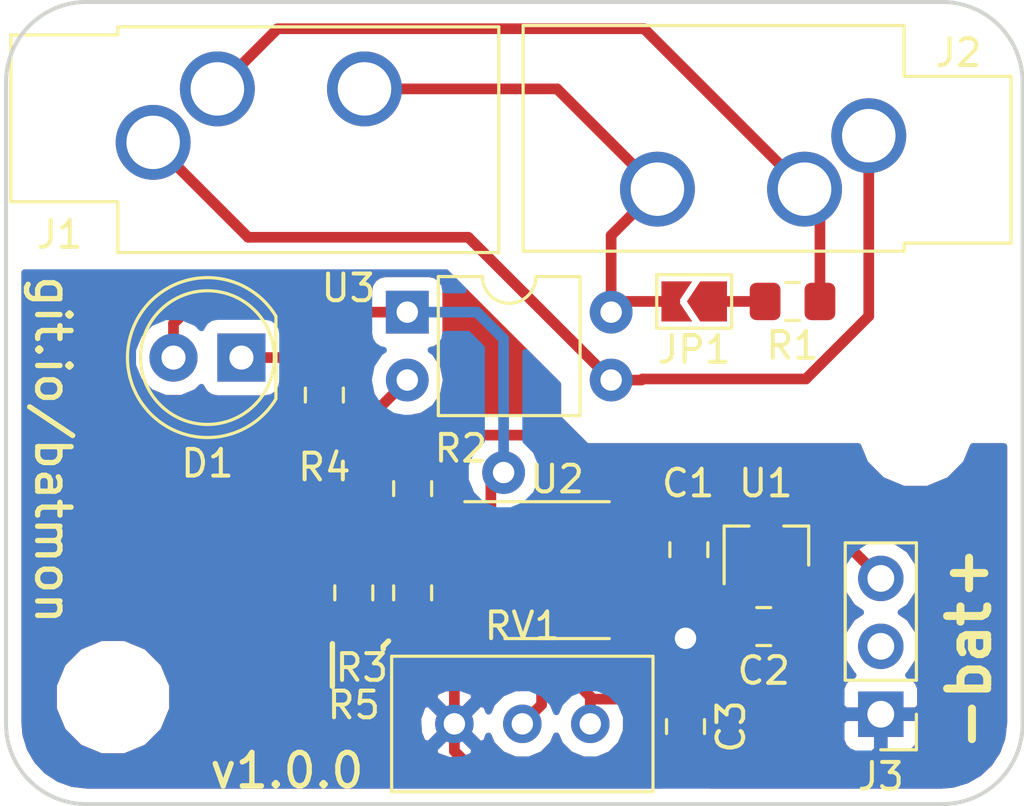
<source format=kicad_pcb>
(kicad_pcb (version 20171130) (host pcbnew "(5.0.1-dev-70-gb7b125d83)")

  (general
    (thickness 1.6)
    (drawings 16)
    (tracks 96)
    (zones 0)
    (modules 20)
    (nets 13)
  )

  (page A4)
  (layers
    (0 F.Cu signal)
    (31 B.Cu signal)
    (32 B.Adhes user)
    (33 F.Adhes user)
    (34 B.Paste user)
    (35 F.Paste user)
    (36 B.SilkS user)
    (37 F.SilkS user)
    (38 B.Mask user)
    (39 F.Mask user)
    (40 Dwgs.User user)
    (41 Cmts.User user)
    (42 Eco1.User user)
    (43 Eco2.User user)
    (44 Edge.Cuts user)
    (45 Margin user)
    (46 B.CrtYd user)
    (47 F.CrtYd user)
    (48 B.Fab user hide)
    (49 F.Fab user hide)
  )

  (setup
    (last_trace_width 0.2)
    (user_trace_width 0.4)
    (user_trace_width 0.6)
    (user_trace_width 0.8)
    (user_trace_width 1)
    (user_trace_width 1.2)
    (trace_clearance 0.2)
    (zone_clearance 0.5)
    (zone_45_only no)
    (trace_min 0.2)
    (segment_width 0.2)
    (edge_width 0.15)
    (via_size 0.8)
    (via_drill 0.4)
    (via_min_size 0.4)
    (via_min_drill 0.3)
    (user_via 1.6 0.8)
    (uvia_size 0.3)
    (uvia_drill 0.1)
    (uvias_allowed no)
    (uvia_min_size 0.2)
    (uvia_min_drill 0.1)
    (pcb_text_width 0.3)
    (pcb_text_size 1.5 1.5)
    (mod_edge_width 0.15)
    (mod_text_size 1 1)
    (mod_text_width 0.15)
    (pad_size 1.524 1.524)
    (pad_drill 0.762)
    (pad_to_mask_clearance 0.2)
    (aux_axis_origin 0 0)
    (visible_elements 7FFFFFFF)
    (pcbplotparams
      (layerselection 0x010fc_ffffffff)
      (usegerberextensions false)
      (usegerberattributes false)
      (usegerberadvancedattributes false)
      (creategerberjobfile false)
      (excludeedgelayer true)
      (linewidth 0.100000)
      (plotframeref false)
      (viasonmask false)
      (mode 1)
      (useauxorigin false)
      (hpglpennumber 1)
      (hpglpenspeed 20)
      (hpglpendiameter 15.000000)
      (psnegative false)
      (psa4output false)
      (plotreference true)
      (plotvalue true)
      (plotinvisibletext false)
      (padsonsilk false)
      (subtractmaskfromsilk false)
      (outputformat 1)
      (mirror false)
      (drillshape 1)
      (scaleselection 1)
      (outputdirectory ""))
  )

  (net 0 "")
  (net 1 -BATT)
  (net 2 +BATT)
  (net 3 +5V)
  (net 4 "Net-(D1-Pad1)")
  (net 5 "Net-(D1-Pad2)")
  (net 6 GND)
  (net 7 VCC)
  (net 8 /bat_low)
  (net 9 "Net-(JP1-Pad1)")
  (net 10 "Net-(R2-Pad2)")
  (net 11 "Net-(R5-Pad1)")
  (net 12 "Net-(RV1-Pad2)")

  (net_class Default "This is the default net class."
    (clearance 0.2)
    (trace_width 0.2)
    (via_dia 0.8)
    (via_drill 0.4)
    (uvia_dia 0.3)
    (uvia_drill 0.1)
    (add_net +5V)
    (add_net +BATT)
    (add_net -BATT)
    (add_net /bat_low)
    (add_net GND)
    (add_net "Net-(D1-Pad1)")
    (add_net "Net-(D1-Pad2)")
    (add_net "Net-(JP1-Pad1)")
    (add_net "Net-(R2-Pad2)")
    (add_net "Net-(R5-Pad1)")
    (add_net "Net-(RV1-Pad2)")
    (add_net VCC)
  )

  (module MountingHole:MountingHole_3.2mm_M3 (layer F.Cu) (tedit 5D0936A9) (tstamp 5D15E957)
    (at 129 98.5)
    (descr "Mounting Hole 3.2mm, no annular, M3")
    (tags "mounting hole 3.2mm no annular m3")
    (attr virtual)
    (fp_text reference REF** (at 0 -4.2) (layer F.SilkS) hide
      (effects (font (size 1 1) (thickness 0.15)))
    )
    (fp_text value MountingHole_3.2mm_M3 (at 0 4.2) (layer F.Fab)
      (effects (font (size 1 1) (thickness 0.15)))
    )
    (fp_text user %R (at 0.3 0) (layer F.Fab)
      (effects (font (size 1 1) (thickness 0.15)))
    )
    (fp_circle (center 0 0) (end 3.2 0) (layer Cmts.User) (width 0.15))
    (fp_circle (center 0 0) (end 3.45 0) (layer F.CrtYd) (width 0.05))
    (pad 1 np_thru_hole circle (at 0 0) (size 3.2 3.2) (drill 3.2) (layers *.Cu *.Mask))
  )

  (module Resistor_SMD:R_0805_2012Metric_Pad1.15x1.40mm_HandSolder (layer F.Cu) (tedit 5B36C52B) (tstamp 5D15C455)
    (at 110.2 100.7 270)
    (descr "Resistor SMD 0805 (2012 Metric), square (rectangular) end terminal, IPC_7351 nominal with elongated pad for handsoldering. (Body size source: https://docs.google.com/spreadsheets/d/1BsfQQcO9C6DZCsRaXUlFlo91Tg2WpOkGARC1WS5S8t0/edit?usp=sharing), generated with kicad-footprint-generator")
    (tags "resistor handsolder")
    (path /5D091720)
    (attr smd)
    (fp_text reference R2 (at -1.5 -1.8 180) (layer F.SilkS)
      (effects (font (size 1 1) (thickness 0.15)))
    )
    (fp_text value 470k (at 0 1.65 270) (layer F.Fab)
      (effects (font (size 1 1) (thickness 0.15)))
    )
    (fp_line (start -1 0.6) (end -1 -0.6) (layer F.Fab) (width 0.1))
    (fp_line (start -1 -0.6) (end 1 -0.6) (layer F.Fab) (width 0.1))
    (fp_line (start 1 -0.6) (end 1 0.6) (layer F.Fab) (width 0.1))
    (fp_line (start 1 0.6) (end -1 0.6) (layer F.Fab) (width 0.1))
    (fp_line (start -0.261252 -0.71) (end 0.261252 -0.71) (layer F.SilkS) (width 0.12))
    (fp_line (start -0.261252 0.71) (end 0.261252 0.71) (layer F.SilkS) (width 0.12))
    (fp_line (start -1.85 0.95) (end -1.85 -0.95) (layer F.CrtYd) (width 0.05))
    (fp_line (start -1.85 -0.95) (end 1.85 -0.95) (layer F.CrtYd) (width 0.05))
    (fp_line (start 1.85 -0.95) (end 1.85 0.95) (layer F.CrtYd) (width 0.05))
    (fp_line (start 1.85 0.95) (end -1.85 0.95) (layer F.CrtYd) (width 0.05))
    (fp_text user %R (at 0 0 270) (layer F.Fab)
      (effects (font (size 0.5 0.5) (thickness 0.08)))
    )
    (pad 1 smd roundrect (at -1.025 0 270) (size 1.15 1.4) (layers F.Cu F.Paste F.Mask) (roundrect_rratio 0.217391)
      (net 2 +BATT))
    (pad 2 smd roundrect (at 1.025 0 270) (size 1.15 1.4) (layers F.Cu F.Paste F.Mask) (roundrect_rratio 0.217391)
      (net 10 "Net-(R2-Pad2)"))
    (model ${KISYS3DMOD}/Resistor_SMD.3dshapes/R_0805_2012Metric.wrl
      (at (xyz 0 0 0))
      (scale (xyz 1 1 1))
      (rotate (xyz 0 0 0))
    )
  )

  (module Potentiometer_THT:Potentiometer_Bourns_3296W_Vertical (layer F.Cu) (tedit 5A3D4994) (tstamp 5D159271)
    (at 116.84 109.5)
    (descr "Potentiometer, vertical, Bourns 3296W, https://www.bourns.com/pdfs/3296.pdf")
    (tags "Potentiometer vertical Bourns 3296W")
    (path /5D090A88)
    (fp_text reference RV1 (at -2.54 -3.66) (layer F.SilkS)
      (effects (font (size 1 1) (thickness 0.15)))
    )
    (fp_text value 100k (at -2.54 3.67) (layer F.Fab)
      (effects (font (size 1 1) (thickness 0.15)))
    )
    (fp_circle (center 0.955 1.15) (end 2.05 1.15) (layer F.Fab) (width 0.1))
    (fp_line (start -7.305 -2.41) (end -7.305 2.42) (layer F.Fab) (width 0.1))
    (fp_line (start -7.305 2.42) (end 2.225 2.42) (layer F.Fab) (width 0.1))
    (fp_line (start 2.225 2.42) (end 2.225 -2.41) (layer F.Fab) (width 0.1))
    (fp_line (start 2.225 -2.41) (end -7.305 -2.41) (layer F.Fab) (width 0.1))
    (fp_line (start 0.955 2.235) (end 0.956 0.066) (layer F.Fab) (width 0.1))
    (fp_line (start 0.955 2.235) (end 0.956 0.066) (layer F.Fab) (width 0.1))
    (fp_line (start -7.425 -2.53) (end 2.345 -2.53) (layer F.SilkS) (width 0.12))
    (fp_line (start -7.425 2.54) (end 2.345 2.54) (layer F.SilkS) (width 0.12))
    (fp_line (start -7.425 -2.53) (end -7.425 2.54) (layer F.SilkS) (width 0.12))
    (fp_line (start 2.345 -2.53) (end 2.345 2.54) (layer F.SilkS) (width 0.12))
    (fp_line (start -7.6 -2.7) (end -7.6 2.7) (layer F.CrtYd) (width 0.05))
    (fp_line (start -7.6 2.7) (end 2.5 2.7) (layer F.CrtYd) (width 0.05))
    (fp_line (start 2.5 2.7) (end 2.5 -2.7) (layer F.CrtYd) (width 0.05))
    (fp_line (start 2.5 -2.7) (end -7.6 -2.7) (layer F.CrtYd) (width 0.05))
    (fp_text user %R (at -3.175 0.005) (layer F.Fab)
      (effects (font (size 1 1) (thickness 0.15)))
    )
    (pad 1 thru_hole circle (at 0 0) (size 1.44 1.44) (drill 0.8) (layers *.Cu *.Mask)
      (net 3 +5V))
    (pad 2 thru_hole circle (at -2.54 0) (size 1.44 1.44) (drill 0.8) (layers *.Cu *.Mask)
      (net 12 "Net-(RV1-Pad2)"))
    (pad 3 thru_hole circle (at -5.08 0) (size 1.44 1.44) (drill 0.8) (layers *.Cu *.Mask)
      (net 1 -BATT))
    (model ${KISYS3DMOD}/Potentiometer_THT.3dshapes/Potentiometer_Bourns_3296W_Vertical.wrl
      (at (xyz 0 0 0))
      (scale (xyz 1 1 1))
      (rotate (xyz 0 0 0))
    )
  )

  (module Connector_PinHeader_2.54mm:PinHeader_1x03_P2.54mm_Vertical (layer F.Cu) (tedit 5D092E6D) (tstamp 5D1589B4)
    (at 127.7 109.14 180)
    (descr "Through hole straight pin header, 1x03, 2.54mm pitch, single row")
    (tags "Through hole pin header THT 1x03 2.54mm single row")
    (path /5D0B8A5D)
    (fp_text reference J3 (at 0 -2.33 180) (layer F.SilkS)
      (effects (font (size 1 1) (thickness 0.15)))
    )
    (fp_text value Bat (at 0 7.41 180) (layer F.Fab)
      (effects (font (size 1 1) (thickness 0.15)))
    )
    (fp_line (start -0.635 -1.27) (end 1.27 -1.27) (layer F.Fab) (width 0.1))
    (fp_line (start 1.27 -1.27) (end 1.27 6.35) (layer F.Fab) (width 0.1))
    (fp_line (start 1.27 6.35) (end -1.27 6.35) (layer F.Fab) (width 0.1))
    (fp_line (start -1.27 6.35) (end -1.27 -0.635) (layer F.Fab) (width 0.1))
    (fp_line (start -1.27 -0.635) (end -0.635 -1.27) (layer F.Fab) (width 0.1))
    (fp_line (start -1.33 6.41) (end 1.33 6.41) (layer F.SilkS) (width 0.12))
    (fp_line (start -1.33 1.27) (end -1.33 6.41) (layer F.SilkS) (width 0.12))
    (fp_line (start 1.33 1.27) (end 1.33 6.41) (layer F.SilkS) (width 0.12))
    (fp_line (start -1.33 1.27) (end 1.33 1.27) (layer F.SilkS) (width 0.12))
    (fp_line (start -1.33 0) (end -1.33 -1.33) (layer F.SilkS) (width 0.12))
    (fp_line (start -1.33 -1.33) (end 0 -1.33) (layer F.SilkS) (width 0.12))
    (fp_line (start -1.8 -1.8) (end -1.8 6.85) (layer F.CrtYd) (width 0.05))
    (fp_line (start -1.8 6.85) (end 1.8 6.85) (layer F.CrtYd) (width 0.05))
    (fp_line (start 1.8 6.85) (end 1.8 -1.8) (layer F.CrtYd) (width 0.05))
    (fp_line (start 1.8 -1.8) (end -1.8 -1.8) (layer F.CrtYd) (width 0.05))
    (fp_text user %R (at 0 2.54 270) (layer F.Fab)
      (effects (font (size 1 1) (thickness 0.15)))
    )
    (pad 1 thru_hole rect (at 0 0 180) (size 1.7 1.7) (drill 1) (layers *.Cu *.Mask)
      (net 1 -BATT))
    (pad "" np_thru_hole oval (at 0 2.54 180) (size 1.7 1.7) (drill 1) (layers *.Cu *.Mask))
    (pad 3 thru_hole oval (at 0 5.08 180) (size 1.7 1.7) (drill 1) (layers *.Cu *.Mask)
      (net 2 +BATT))
    (model ${KISYS3DMOD}/Connector_PinHeader_2.54mm.3dshapes/PinHeader_1x03_P2.54mm_Vertical.wrl
      (at (xyz 0 0 0))
      (scale (xyz 1 1 1))
      (rotate (xyz 0 0 0))
    )
  )

  (module Capacitor_SMD:C_0805_2012Metric_Pad1.15x1.40mm_HandSolder (layer F.Cu) (tedit 5B36C52B) (tstamp 5D1581E8)
    (at 120.524212 102.9856 90)
    (descr "Capacitor SMD 0805 (2012 Metric), square (rectangular) end terminal, IPC_7351 nominal with elongated pad for handsoldering. (Body size source: https://docs.google.com/spreadsheets/d/1BsfQQcO9C6DZCsRaXUlFlo91Tg2WpOkGARC1WS5S8t0/edit?usp=sharing), generated with kicad-footprint-generator")
    (tags "capacitor handsolder")
    (path /5D0A52AB)
    (attr smd)
    (fp_text reference C1 (at 2.4856 -0.024212 180) (layer F.SilkS)
      (effects (font (size 1 1) (thickness 0.15)))
    )
    (fp_text value "1uF 25v" (at 0 1.65 90) (layer F.Fab)
      (effects (font (size 1 1) (thickness 0.15)))
    )
    (fp_line (start -1 0.6) (end -1 -0.6) (layer F.Fab) (width 0.1))
    (fp_line (start -1 -0.6) (end 1 -0.6) (layer F.Fab) (width 0.1))
    (fp_line (start 1 -0.6) (end 1 0.6) (layer F.Fab) (width 0.1))
    (fp_line (start 1 0.6) (end -1 0.6) (layer F.Fab) (width 0.1))
    (fp_line (start -0.261252 -0.71) (end 0.261252 -0.71) (layer F.SilkS) (width 0.12))
    (fp_line (start -0.261252 0.71) (end 0.261252 0.71) (layer F.SilkS) (width 0.12))
    (fp_line (start -1.85 0.95) (end -1.85 -0.95) (layer F.CrtYd) (width 0.05))
    (fp_line (start -1.85 -0.95) (end 1.85 -0.95) (layer F.CrtYd) (width 0.05))
    (fp_line (start 1.85 -0.95) (end 1.85 0.95) (layer F.CrtYd) (width 0.05))
    (fp_line (start 1.85 0.95) (end -1.85 0.95) (layer F.CrtYd) (width 0.05))
    (fp_text user %R (at 0 0 90) (layer F.Fab)
      (effects (font (size 0.5 0.5) (thickness 0.08)))
    )
    (pad 1 smd roundrect (at -1.025 0 90) (size 1.15 1.4) (layers F.Cu F.Paste F.Mask) (roundrect_rratio 0.217391)
      (net 1 -BATT))
    (pad 2 smd roundrect (at 1.025 0 90) (size 1.15 1.4) (layers F.Cu F.Paste F.Mask) (roundrect_rratio 0.217391)
      (net 2 +BATT))
    (model ${KISYS3DMOD}/Capacitor_SMD.3dshapes/C_0805_2012Metric.wrl
      (at (xyz 0 0 0))
      (scale (xyz 1 1 1))
      (rotate (xyz 0 0 0))
    )
  )

  (module Capacitor_SMD:C_0805_2012Metric_Pad1.15x1.40mm_HandSolder (layer F.Cu) (tedit 5B36C52B) (tstamp 5D159ECD)
    (at 123.324212 105.8606 180)
    (descr "Capacitor SMD 0805 (2012 Metric), square (rectangular) end terminal, IPC_7351 nominal with elongated pad for handsoldering. (Body size source: https://docs.google.com/spreadsheets/d/1BsfQQcO9C6DZCsRaXUlFlo91Tg2WpOkGARC1WS5S8t0/edit?usp=sharing), generated with kicad-footprint-generator")
    (tags "capacitor handsolder")
    (path /5D0A69F6)
    (attr smd)
    (fp_text reference C2 (at 0 -1.65 180) (layer F.SilkS)
      (effects (font (size 1 1) (thickness 0.15)))
    )
    (fp_text value "1uF 10v" (at 0 1.65 180) (layer F.Fab)
      (effects (font (size 1 1) (thickness 0.15)))
    )
    (fp_text user %R (at 0 0 180) (layer F.Fab)
      (effects (font (size 0.5 0.5) (thickness 0.08)))
    )
    (fp_line (start 1.85 0.95) (end -1.85 0.95) (layer F.CrtYd) (width 0.05))
    (fp_line (start 1.85 -0.95) (end 1.85 0.95) (layer F.CrtYd) (width 0.05))
    (fp_line (start -1.85 -0.95) (end 1.85 -0.95) (layer F.CrtYd) (width 0.05))
    (fp_line (start -1.85 0.95) (end -1.85 -0.95) (layer F.CrtYd) (width 0.05))
    (fp_line (start -0.261252 0.71) (end 0.261252 0.71) (layer F.SilkS) (width 0.12))
    (fp_line (start -0.261252 -0.71) (end 0.261252 -0.71) (layer F.SilkS) (width 0.12))
    (fp_line (start 1 0.6) (end -1 0.6) (layer F.Fab) (width 0.1))
    (fp_line (start 1 -0.6) (end 1 0.6) (layer F.Fab) (width 0.1))
    (fp_line (start -1 -0.6) (end 1 -0.6) (layer F.Fab) (width 0.1))
    (fp_line (start -1 0.6) (end -1 -0.6) (layer F.Fab) (width 0.1))
    (pad 2 smd roundrect (at 1.025 0 180) (size 1.15 1.4) (layers F.Cu F.Paste F.Mask) (roundrect_rratio 0.217391)
      (net 1 -BATT))
    (pad 1 smd roundrect (at -1.025 0 180) (size 1.15 1.4) (layers F.Cu F.Paste F.Mask) (roundrect_rratio 0.217391)
      (net 3 +5V))
    (model ${KISYS3DMOD}/Capacitor_SMD.3dshapes/C_0805_2012Metric.wrl
      (at (xyz 0 0 0))
      (scale (xyz 1 1 1))
      (rotate (xyz 0 0 0))
    )
  )

  (module Capacitor_SMD:C_0805_2012Metric_Pad1.15x1.40mm_HandSolder (layer F.Cu) (tedit 5B36C52B) (tstamp 5D159C4B)
    (at 120.4 109.6 90)
    (descr "Capacitor SMD 0805 (2012 Metric), square (rectangular) end terminal, IPC_7351 nominal with elongated pad for handsoldering. (Body size source: https://docs.google.com/spreadsheets/d/1BsfQQcO9C6DZCsRaXUlFlo91Tg2WpOkGARC1WS5S8t0/edit?usp=sharing), generated with kicad-footprint-generator")
    (tags "capacitor handsolder")
    (path /5D0A8A59)
    (attr smd)
    (fp_text reference C3 (at 0 1.7 90) (layer F.SilkS)
      (effects (font (size 1 1) (thickness 0.15)))
    )
    (fp_text value "100nF 10v" (at 0 1.65 90) (layer F.Fab)
      (effects (font (size 1 1) (thickness 0.15)))
    )
    (fp_line (start -1 0.6) (end -1 -0.6) (layer F.Fab) (width 0.1))
    (fp_line (start -1 -0.6) (end 1 -0.6) (layer F.Fab) (width 0.1))
    (fp_line (start 1 -0.6) (end 1 0.6) (layer F.Fab) (width 0.1))
    (fp_line (start 1 0.6) (end -1 0.6) (layer F.Fab) (width 0.1))
    (fp_line (start -0.261252 -0.71) (end 0.261252 -0.71) (layer F.SilkS) (width 0.12))
    (fp_line (start -0.261252 0.71) (end 0.261252 0.71) (layer F.SilkS) (width 0.12))
    (fp_line (start -1.85 0.95) (end -1.85 -0.95) (layer F.CrtYd) (width 0.05))
    (fp_line (start -1.85 -0.95) (end 1.85 -0.95) (layer F.CrtYd) (width 0.05))
    (fp_line (start 1.85 -0.95) (end 1.85 0.95) (layer F.CrtYd) (width 0.05))
    (fp_line (start 1.85 0.95) (end -1.85 0.95) (layer F.CrtYd) (width 0.05))
    (fp_text user %R (at 0 0 90) (layer F.Fab)
      (effects (font (size 0.5 0.5) (thickness 0.08)))
    )
    (pad 1 smd roundrect (at -1.025 0 90) (size 1.15 1.4) (layers F.Cu F.Paste F.Mask) (roundrect_rratio 0.217391)
      (net 1 -BATT))
    (pad 2 smd roundrect (at 1.025 0 90) (size 1.15 1.4) (layers F.Cu F.Paste F.Mask) (roundrect_rratio 0.217391)
      (net 3 +5V))
    (model ${KISYS3DMOD}/Capacitor_SMD.3dshapes/C_0805_2012Metric.wrl
      (at (xyz 0 0 0))
      (scale (xyz 1 1 1))
      (rotate (xyz 0 0 0))
    )
  )

  (module LED_THT:LED_D5.0mm (layer F.Cu) (tedit 5995936A) (tstamp 5D15986D)
    (at 103.8 95.8 180)
    (descr "LED, diameter 5.0mm, 2 pins, http://cdn-reichelt.de/documents/datenblatt/A500/LL-504BC2E-009.pdf")
    (tags "LED diameter 5.0mm 2 pins")
    (path /5D094E98)
    (fp_text reference D1 (at 1.27 -3.96 180) (layer F.SilkS)
      (effects (font (size 1 1) (thickness 0.15)))
    )
    (fp_text value LED (at 1.27 3.96 180) (layer F.Fab)
      (effects (font (size 1 1) (thickness 0.15)))
    )
    (fp_arc (start 1.27 0) (end -1.23 -1.469694) (angle 299.1) (layer F.Fab) (width 0.1))
    (fp_arc (start 1.27 0) (end -1.29 -1.54483) (angle 148.9) (layer F.SilkS) (width 0.12))
    (fp_arc (start 1.27 0) (end -1.29 1.54483) (angle -148.9) (layer F.SilkS) (width 0.12))
    (fp_circle (center 1.27 0) (end 3.77 0) (layer F.Fab) (width 0.1))
    (fp_circle (center 1.27 0) (end 3.77 0) (layer F.SilkS) (width 0.12))
    (fp_line (start -1.23 -1.469694) (end -1.23 1.469694) (layer F.Fab) (width 0.1))
    (fp_line (start -1.29 -1.545) (end -1.29 1.545) (layer F.SilkS) (width 0.12))
    (fp_line (start -1.95 -3.25) (end -1.95 3.25) (layer F.CrtYd) (width 0.05))
    (fp_line (start -1.95 3.25) (end 4.5 3.25) (layer F.CrtYd) (width 0.05))
    (fp_line (start 4.5 3.25) (end 4.5 -3.25) (layer F.CrtYd) (width 0.05))
    (fp_line (start 4.5 -3.25) (end -1.95 -3.25) (layer F.CrtYd) (width 0.05))
    (fp_text user %R (at 1.25 0 180) (layer F.Fab)
      (effects (font (size 0.8 0.8) (thickness 0.2)))
    )
    (pad 1 thru_hole rect (at 0 0 180) (size 1.8 1.8) (drill 0.9) (layers *.Cu *.Mask)
      (net 4 "Net-(D1-Pad1)"))
    (pad 2 thru_hole circle (at 2.54 0 180) (size 1.8 1.8) (drill 0.9) (layers *.Cu *.Mask)
      (net 5 "Net-(D1-Pad2)"))
    (model ${KISYS3DMOD}/LED_THT.3dshapes/LED_D5.0mm.wrl
      (at (xyz 0 0 0))
      (scale (xyz 1 1 1))
      (rotate (xyz 0 0 0))
    )
  )

  (module Connector_Audio:Jack_3.5mm_CUI_SJ1-3533NG_Horizontal_CircularHoles (layer F.Cu) (tedit 5BAD3514) (tstamp 5D158238)
    (at 100.5 87.75 90)
    (descr "TRS 3.5mm, horizontal, through-hole, , circular holeshttps://www.cui.com/product/resource/sj1-353xng.pdf")
    (tags "TRS audio jack stereo horizontal circular")
    (path /5D093D4D)
    (fp_text reference J1 (at -3.45 -3.5 180) (layer F.SilkS)
      (effects (font (size 1 1) (thickness 0.15)))
    )
    (fp_text value TRS-jack (at 0.1 14.05 90) (layer F.Fab)
      (effects (font (size 1 1) (thickness 0.15)))
    )
    (fp_line (start -2.1 -5.2) (end 3.9 -5.2) (layer F.Fab) (width 0.1))
    (fp_line (start 3.9 -5.2) (end 3.9 -1.2) (layer F.Fab) (width 0.1))
    (fp_line (start 3.9 -1.2) (end 4.2 -1.2) (layer F.Fab) (width 0.1))
    (fp_line (start 4.2 -1.2) (end 4.2 12.8) (layer F.Fab) (width 0.1))
    (fp_line (start 4.2 12.8) (end -4 12.8) (layer F.Fab) (width 0.1))
    (fp_line (start -4 12.8) (end -4 -1.2) (layer F.Fab) (width 0.1))
    (fp_line (start -4 -1.2) (end -2.1 -1.2) (layer F.Fab) (width 0.1))
    (fp_line (start -2.1 -1.2) (end -2.1 -5.2) (layer F.Fab) (width 0.1))
    (fp_line (start -2.22 -5.32) (end 4.02 -5.32) (layer F.SilkS) (width 0.12))
    (fp_line (start 4.02 -5.32) (end 4.02 -1.32) (layer F.SilkS) (width 0.12))
    (fp_line (start 4.02 -1.32) (end 4.32 -1.32) (layer F.SilkS) (width 0.12))
    (fp_line (start 4.32 -1.32) (end 4.32 12.92) (layer F.SilkS) (width 0.12))
    (fp_line (start 4.32 12.92) (end -4.12 12.92) (layer F.SilkS) (width 0.12))
    (fp_line (start -4.12 12.92) (end -4.12 -1.32) (layer F.SilkS) (width 0.12))
    (fp_line (start -4.12 -1.32) (end -2.22 -1.32) (layer F.SilkS) (width 0.12))
    (fp_line (start -2.22 -1.32) (end -2.22 -5.32) (layer F.SilkS) (width 0.12))
    (fp_line (start -4.5 -5.7) (end -4.5 13.3) (layer F.CrtYd) (width 0.05))
    (fp_line (start -4.5 13.3) (end 4.7 13.3) (layer F.CrtYd) (width 0.05))
    (fp_line (start 4.7 13.3) (end 4.7 -5.7) (layer F.CrtYd) (width 0.05))
    (fp_line (start 4.7 -5.7) (end -4.5 -5.7) (layer F.CrtYd) (width 0.05))
    (fp_text user %R (at 0.1 3.8 90) (layer F.Fab)
      (effects (font (size 1 1) (thickness 0.15)))
    )
    (pad S thru_hole circle (at 0 0 90) (size 2.8 2.8) (drill 2) (layers *.Cu *.Mask)
      (net 6 GND))
    (pad T thru_hole circle (at 2 2.4 90) (size 2.8 2.8) (drill 2) (layers *.Cu *.Mask)
      (net 7 VCC))
    (pad R thru_hole circle (at 2 7.9 90) (size 2.8 2.8) (drill 2) (layers *.Cu *.Mask)
      (net 8 /bat_low))
    (model ${KISYS3DMOD}/Connector_Audio.3dshapes/Jack_3.5mm_CUI_SJ1-3533NG_Horizontal.wrl
      (at (xyz 0 0 0))
      (scale (xyz 1 1 1))
      (rotate (xyz 0 0 0))
    )
  )

  (module Connector_Audio:Jack_3.5mm_CUI_SJ1-3533NG_Horizontal_CircularHoles (layer F.Cu) (tedit 5BAD3514) (tstamp 5D158254)
    (at 127.25 87.5 270)
    (descr "TRS 3.5mm, horizontal, through-hole, , circular holeshttps://www.cui.com/product/resource/sj1-353xng.pdf")
    (tags "TRS audio jack stereo horizontal circular")
    (path /5D094152)
    (fp_text reference J2 (at -3.1 -3.35) (layer F.SilkS)
      (effects (font (size 1 1) (thickness 0.15)))
    )
    (fp_text value TRS-jack (at 0.1 14.05 270) (layer F.Fab)
      (effects (font (size 1 1) (thickness 0.15)))
    )
    (fp_text user %R (at 0.1 3.8 270) (layer F.Fab)
      (effects (font (size 1 1) (thickness 0.15)))
    )
    (fp_line (start 4.7 -5.7) (end -4.5 -5.7) (layer F.CrtYd) (width 0.05))
    (fp_line (start 4.7 13.3) (end 4.7 -5.7) (layer F.CrtYd) (width 0.05))
    (fp_line (start -4.5 13.3) (end 4.7 13.3) (layer F.CrtYd) (width 0.05))
    (fp_line (start -4.5 -5.7) (end -4.5 13.3) (layer F.CrtYd) (width 0.05))
    (fp_line (start -2.22 -1.32) (end -2.22 -5.32) (layer F.SilkS) (width 0.12))
    (fp_line (start -4.12 -1.32) (end -2.22 -1.32) (layer F.SilkS) (width 0.12))
    (fp_line (start -4.12 12.92) (end -4.12 -1.32) (layer F.SilkS) (width 0.12))
    (fp_line (start 4.32 12.92) (end -4.12 12.92) (layer F.SilkS) (width 0.12))
    (fp_line (start 4.32 -1.32) (end 4.32 12.92) (layer F.SilkS) (width 0.12))
    (fp_line (start 4.02 -1.32) (end 4.32 -1.32) (layer F.SilkS) (width 0.12))
    (fp_line (start 4.02 -5.32) (end 4.02 -1.32) (layer F.SilkS) (width 0.12))
    (fp_line (start -2.22 -5.32) (end 4.02 -5.32) (layer F.SilkS) (width 0.12))
    (fp_line (start -2.1 -1.2) (end -2.1 -5.2) (layer F.Fab) (width 0.1))
    (fp_line (start -4 -1.2) (end -2.1 -1.2) (layer F.Fab) (width 0.1))
    (fp_line (start -4 12.8) (end -4 -1.2) (layer F.Fab) (width 0.1))
    (fp_line (start 4.2 12.8) (end -4 12.8) (layer F.Fab) (width 0.1))
    (fp_line (start 4.2 -1.2) (end 4.2 12.8) (layer F.Fab) (width 0.1))
    (fp_line (start 3.9 -1.2) (end 4.2 -1.2) (layer F.Fab) (width 0.1))
    (fp_line (start 3.9 -5.2) (end 3.9 -1.2) (layer F.Fab) (width 0.1))
    (fp_line (start -2.1 -5.2) (end 3.9 -5.2) (layer F.Fab) (width 0.1))
    (pad R thru_hole circle (at 2 7.9 270) (size 2.8 2.8) (drill 2) (layers *.Cu *.Mask)
      (net 8 /bat_low))
    (pad T thru_hole circle (at 2 2.4 270) (size 2.8 2.8) (drill 2) (layers *.Cu *.Mask)
      (net 7 VCC))
    (pad S thru_hole circle (at 0 0 270) (size 2.8 2.8) (drill 2) (layers *.Cu *.Mask)
      (net 6 GND))
    (model ${KISYS3DMOD}/Connector_Audio.3dshapes/Jack_3.5mm_CUI_SJ1-3533NG_Horizontal.wrl
      (at (xyz 0 0 0))
      (scale (xyz 1 1 1))
      (rotate (xyz 0 0 0))
    )
  )

  (module Jumper:SolderJumper-2_P1.3mm_Open_TrianglePad1.0x1.5mm (layer F.Cu) (tedit 5A64794F) (tstamp 5D158262)
    (at 120.725 93.7 180)
    (descr "SMD Solder Jumper, 1x1.5mm Triangular Pads, 0.3mm gap, open")
    (tags "solder jumper open")
    (path /5D0A3C6A)
    (attr virtual)
    (fp_text reference JP1 (at 0 -1.8 180) (layer F.SilkS)
      (effects (font (size 1 1) (thickness 0.15)))
    )
    (fp_text value jumper (at 0 1.9 180) (layer F.Fab)
      (effects (font (size 1 1) (thickness 0.15)))
    )
    (fp_line (start -1.4 1) (end -1.4 -1) (layer F.SilkS) (width 0.12))
    (fp_line (start 1.4 1) (end -1.4 1) (layer F.SilkS) (width 0.12))
    (fp_line (start 1.4 -1) (end 1.4 1) (layer F.SilkS) (width 0.12))
    (fp_line (start -1.4 -1) (end 1.4 -1) (layer F.SilkS) (width 0.12))
    (fp_line (start -1.65 -1.25) (end 1.65 -1.25) (layer F.CrtYd) (width 0.05))
    (fp_line (start -1.65 -1.25) (end -1.65 1.25) (layer F.CrtYd) (width 0.05))
    (fp_line (start 1.65 1.25) (end 1.65 -1.25) (layer F.CrtYd) (width 0.05))
    (fp_line (start 1.65 1.25) (end -1.65 1.25) (layer F.CrtYd) (width 0.05))
    (pad 2 smd custom (at 0.725 0 180) (size 0.3 0.3) (layers F.Cu F.Mask)
      (net 8 /bat_low) (zone_connect 2)
      (options (clearance outline) (anchor rect))
      (primitives
        (gr_poly (pts
           (xy -0.65 -0.75) (xy 0.5 -0.75) (xy 0.5 0.75) (xy -0.65 0.75) (xy -0.15 0)
) (width 0))
      ))
    (pad 1 smd custom (at -0.725 0 180) (size 0.3 0.3) (layers F.Cu F.Mask)
      (net 9 "Net-(JP1-Pad1)") (zone_connect 2)
      (options (clearance outline) (anchor rect))
      (primitives
        (gr_poly (pts
           (xy -0.5 -0.75) (xy 0.5 -0.75) (xy 1 0) (xy 0.5 0.75) (xy -0.5 0.75)
) (width 0))
      ))
  )

  (module Resistor_SMD:R_0805_2012Metric_Pad1.15x1.40mm_HandSolder (layer F.Cu) (tedit 5B36C52B) (tstamp 5D158273)
    (at 124.4 93.7 180)
    (descr "Resistor SMD 0805 (2012 Metric), square (rectangular) end terminal, IPC_7351 nominal with elongated pad for handsoldering. (Body size source: https://docs.google.com/spreadsheets/d/1BsfQQcO9C6DZCsRaXUlFlo91Tg2WpOkGARC1WS5S8t0/edit?usp=sharing), generated with kicad-footprint-generator")
    (tags "resistor handsolder")
    (path /5D09EFFB)
    (attr smd)
    (fp_text reference R1 (at 0 -1.65 180) (layer F.SilkS)
      (effects (font (size 1 1) (thickness 0.15)))
    )
    (fp_text value 10k (at 0 1.65 180) (layer F.Fab)
      (effects (font (size 1 1) (thickness 0.15)))
    )
    (fp_line (start -1 0.6) (end -1 -0.6) (layer F.Fab) (width 0.1))
    (fp_line (start -1 -0.6) (end 1 -0.6) (layer F.Fab) (width 0.1))
    (fp_line (start 1 -0.6) (end 1 0.6) (layer F.Fab) (width 0.1))
    (fp_line (start 1 0.6) (end -1 0.6) (layer F.Fab) (width 0.1))
    (fp_line (start -0.261252 -0.71) (end 0.261252 -0.71) (layer F.SilkS) (width 0.12))
    (fp_line (start -0.261252 0.71) (end 0.261252 0.71) (layer F.SilkS) (width 0.12))
    (fp_line (start -1.85 0.95) (end -1.85 -0.95) (layer F.CrtYd) (width 0.05))
    (fp_line (start -1.85 -0.95) (end 1.85 -0.95) (layer F.CrtYd) (width 0.05))
    (fp_line (start 1.85 -0.95) (end 1.85 0.95) (layer F.CrtYd) (width 0.05))
    (fp_line (start 1.85 0.95) (end -1.85 0.95) (layer F.CrtYd) (width 0.05))
    (fp_text user %R (at 0 0 180) (layer F.Fab)
      (effects (font (size 0.5 0.5) (thickness 0.08)))
    )
    (pad 1 smd roundrect (at -1.025 0 180) (size 1.15 1.4) (layers F.Cu F.Paste F.Mask) (roundrect_rratio 0.217391)
      (net 7 VCC))
    (pad 2 smd roundrect (at 1.025 0 180) (size 1.15 1.4) (layers F.Cu F.Paste F.Mask) (roundrect_rratio 0.217391)
      (net 9 "Net-(JP1-Pad1)"))
    (model ${KISYS3DMOD}/Resistor_SMD.3dshapes/R_0805_2012Metric.wrl
      (at (xyz 0 0 0))
      (scale (xyz 1 1 1))
      (rotate (xyz 0 0 0))
    )
  )

  (module Resistor_SMD:R_0805_2012Metric_Pad1.15x1.40mm_HandSolder (layer F.Cu) (tedit 5B36C52B) (tstamp 5D15C97A)
    (at 110.2 104.6 270)
    (descr "Resistor SMD 0805 (2012 Metric), square (rectangular) end terminal, IPC_7351 nominal with elongated pad for handsoldering. (Body size source: https://docs.google.com/spreadsheets/d/1BsfQQcO9C6DZCsRaXUlFlo91Tg2WpOkGARC1WS5S8t0/edit?usp=sharing), generated with kicad-footprint-generator")
    (tags "resistor handsolder")
    (path /5D0917EA)
    (attr smd)
    (fp_text reference R3 (at 2.8 1.9) (layer F.SilkS)
      (effects (font (size 1 1) (thickness 0.15)))
    )
    (fp_text value 100k (at 0 1.65 270) (layer F.Fab)
      (effects (font (size 1 1) (thickness 0.15)))
    )
    (fp_text user %R (at 0 0 270) (layer F.Fab)
      (effects (font (size 0.5 0.5) (thickness 0.08)))
    )
    (fp_line (start 1.85 0.95) (end -1.85 0.95) (layer F.CrtYd) (width 0.05))
    (fp_line (start 1.85 -0.95) (end 1.85 0.95) (layer F.CrtYd) (width 0.05))
    (fp_line (start -1.85 -0.95) (end 1.85 -0.95) (layer F.CrtYd) (width 0.05))
    (fp_line (start -1.85 0.95) (end -1.85 -0.95) (layer F.CrtYd) (width 0.05))
    (fp_line (start -0.261252 0.71) (end 0.261252 0.71) (layer F.SilkS) (width 0.12))
    (fp_line (start -0.261252 -0.71) (end 0.261252 -0.71) (layer F.SilkS) (width 0.12))
    (fp_line (start 1 0.6) (end -1 0.6) (layer F.Fab) (width 0.1))
    (fp_line (start 1 -0.6) (end 1 0.6) (layer F.Fab) (width 0.1))
    (fp_line (start -1 -0.6) (end 1 -0.6) (layer F.Fab) (width 0.1))
    (fp_line (start -1 0.6) (end -1 -0.6) (layer F.Fab) (width 0.1))
    (pad 2 smd roundrect (at 1.025 0 270) (size 1.15 1.4) (layers F.Cu F.Paste F.Mask) (roundrect_rratio 0.217391)
      (net 1 -BATT))
    (pad 1 smd roundrect (at -1.025 0 270) (size 1.15 1.4) (layers F.Cu F.Paste F.Mask) (roundrect_rratio 0.217391)
      (net 10 "Net-(R2-Pad2)"))
    (model ${KISYS3DMOD}/Resistor_SMD.3dshapes/R_0805_2012Metric.wrl
      (at (xyz 0 0 0))
      (scale (xyz 1 1 1))
      (rotate (xyz 0 0 0))
    )
  )

  (module Resistor_SMD:R_0805_2012Metric_Pad1.15x1.40mm_HandSolder (layer F.Cu) (tedit 5B36C52B) (tstamp 5D15989F)
    (at 106.9 97.2 270)
    (descr "Resistor SMD 0805 (2012 Metric), square (rectangular) end terminal, IPC_7351 nominal with elongated pad for handsoldering. (Body size source: https://docs.google.com/spreadsheets/d/1BsfQQcO9C6DZCsRaXUlFlo91Tg2WpOkGARC1WS5S8t0/edit?usp=sharing), generated with kicad-footprint-generator")
    (tags "resistor handsolder")
    (path /5D09576A)
    (attr smd)
    (fp_text reference R4 (at 2.7 0) (layer F.SilkS)
      (effects (font (size 1 1) (thickness 0.15)))
    )
    (fp_text value 1k (at 0 1.65 270) (layer F.Fab)
      (effects (font (size 1 1) (thickness 0.15)))
    )
    (fp_line (start -1 0.6) (end -1 -0.6) (layer F.Fab) (width 0.1))
    (fp_line (start -1 -0.6) (end 1 -0.6) (layer F.Fab) (width 0.1))
    (fp_line (start 1 -0.6) (end 1 0.6) (layer F.Fab) (width 0.1))
    (fp_line (start 1 0.6) (end -1 0.6) (layer F.Fab) (width 0.1))
    (fp_line (start -0.261252 -0.71) (end 0.261252 -0.71) (layer F.SilkS) (width 0.12))
    (fp_line (start -0.261252 0.71) (end 0.261252 0.71) (layer F.SilkS) (width 0.12))
    (fp_line (start -1.85 0.95) (end -1.85 -0.95) (layer F.CrtYd) (width 0.05))
    (fp_line (start -1.85 -0.95) (end 1.85 -0.95) (layer F.CrtYd) (width 0.05))
    (fp_line (start 1.85 -0.95) (end 1.85 0.95) (layer F.CrtYd) (width 0.05))
    (fp_line (start 1.85 0.95) (end -1.85 0.95) (layer F.CrtYd) (width 0.05))
    (fp_text user %R (at 0 0 270) (layer F.Fab)
      (effects (font (size 0.5 0.5) (thickness 0.08)))
    )
    (pad 1 smd roundrect (at -1.025 0 270) (size 1.15 1.4) (layers F.Cu F.Paste F.Mask) (roundrect_rratio 0.217391)
      (net 4 "Net-(D1-Pad1)"))
    (pad 2 smd roundrect (at 1.025 0 270) (size 1.15 1.4) (layers F.Cu F.Paste F.Mask) (roundrect_rratio 0.217391)
      (net 1 -BATT))
    (model ${KISYS3DMOD}/Resistor_SMD.3dshapes/R_0805_2012Metric.wrl
      (at (xyz 0 0 0))
      (scale (xyz 1 1 1))
      (rotate (xyz 0 0 0))
    )
  )

  (module Resistor_SMD:R_0805_2012Metric_Pad1.15x1.40mm_HandSolder (layer F.Cu) (tedit 5B36C52B) (tstamp 5D1582B7)
    (at 108 104.6 270)
    (descr "Resistor SMD 0805 (2012 Metric), square (rectangular) end terminal, IPC_7351 nominal with elongated pad for handsoldering. (Body size source: https://docs.google.com/spreadsheets/d/1BsfQQcO9C6DZCsRaXUlFlo91Tg2WpOkGARC1WS5S8t0/edit?usp=sharing), generated with kicad-footprint-generator")
    (tags "resistor handsolder")
    (path /5D0964CF)
    (attr smd)
    (fp_text reference R5 (at 4.2 0) (layer F.SilkS)
      (effects (font (size 1 1) (thickness 0.15)))
    )
    (fp_text value 220R (at 0 1.65 270) (layer F.Fab)
      (effects (font (size 1 1) (thickness 0.15)))
    )
    (fp_text user %R (at 0 0 270) (layer F.Fab)
      (effects (font (size 0.5 0.5) (thickness 0.08)))
    )
    (fp_line (start 1.85 0.95) (end -1.85 0.95) (layer F.CrtYd) (width 0.05))
    (fp_line (start 1.85 -0.95) (end 1.85 0.95) (layer F.CrtYd) (width 0.05))
    (fp_line (start -1.85 -0.95) (end 1.85 -0.95) (layer F.CrtYd) (width 0.05))
    (fp_line (start -1.85 0.95) (end -1.85 -0.95) (layer F.CrtYd) (width 0.05))
    (fp_line (start -0.261252 0.71) (end 0.261252 0.71) (layer F.SilkS) (width 0.12))
    (fp_line (start -0.261252 -0.71) (end 0.261252 -0.71) (layer F.SilkS) (width 0.12))
    (fp_line (start 1 0.6) (end -1 0.6) (layer F.Fab) (width 0.1))
    (fp_line (start 1 -0.6) (end 1 0.6) (layer F.Fab) (width 0.1))
    (fp_line (start -1 -0.6) (end 1 -0.6) (layer F.Fab) (width 0.1))
    (fp_line (start -1 0.6) (end -1 -0.6) (layer F.Fab) (width 0.1))
    (pad 2 smd roundrect (at 1.025 0 270) (size 1.15 1.4) (layers F.Cu F.Paste F.Mask) (roundrect_rratio 0.217391)
      (net 1 -BATT))
    (pad 1 smd roundrect (at -1.025 0 270) (size 1.15 1.4) (layers F.Cu F.Paste F.Mask) (roundrect_rratio 0.217391)
      (net 11 "Net-(R5-Pad1)"))
    (model ${KISYS3DMOD}/Resistor_SMD.3dshapes/R_0805_2012Metric.wrl
      (at (xyz 0 0 0))
      (scale (xyz 1 1 1))
      (rotate (xyz 0 0 0))
    )
  )

  (module Package_TO_SOT_SMD:SOT-23 (layer F.Cu) (tedit 5A02FF57) (tstamp 5D15A653)
    (at 123.424212 102.8606 90)
    (descr "SOT-23, Standard")
    (tags SOT-23)
    (path /5D096237)
    (attr smd)
    (fp_text reference U1 (at 2.3606 -0.024212 180) (layer F.SilkS)
      (effects (font (size 1 1) (thickness 0.15)))
    )
    (fp_text value MCP1700-5002E_SOT23 (at 0 2.5 90) (layer F.Fab)
      (effects (font (size 1 1) (thickness 0.15)))
    )
    (fp_text user %R (at 0 0 180) (layer F.Fab)
      (effects (font (size 0.5 0.5) (thickness 0.075)))
    )
    (fp_line (start -0.7 -0.95) (end -0.7 1.5) (layer F.Fab) (width 0.1))
    (fp_line (start -0.15 -1.52) (end 0.7 -1.52) (layer F.Fab) (width 0.1))
    (fp_line (start -0.7 -0.95) (end -0.15 -1.52) (layer F.Fab) (width 0.1))
    (fp_line (start 0.7 -1.52) (end 0.7 1.52) (layer F.Fab) (width 0.1))
    (fp_line (start -0.7 1.52) (end 0.7 1.52) (layer F.Fab) (width 0.1))
    (fp_line (start 0.76 1.58) (end 0.76 0.65) (layer F.SilkS) (width 0.12))
    (fp_line (start 0.76 -1.58) (end 0.76 -0.65) (layer F.SilkS) (width 0.12))
    (fp_line (start -1.7 -1.75) (end 1.7 -1.75) (layer F.CrtYd) (width 0.05))
    (fp_line (start 1.7 -1.75) (end 1.7 1.75) (layer F.CrtYd) (width 0.05))
    (fp_line (start 1.7 1.75) (end -1.7 1.75) (layer F.CrtYd) (width 0.05))
    (fp_line (start -1.7 1.75) (end -1.7 -1.75) (layer F.CrtYd) (width 0.05))
    (fp_line (start 0.76 -1.58) (end -1.4 -1.58) (layer F.SilkS) (width 0.12))
    (fp_line (start 0.76 1.58) (end -0.7 1.58) (layer F.SilkS) (width 0.12))
    (pad 1 smd rect (at -1 -0.95 90) (size 0.9 0.8) (layers F.Cu F.Paste F.Mask)
      (net 1 -BATT))
    (pad 2 smd rect (at -1 0.95 90) (size 0.9 0.8) (layers F.Cu F.Paste F.Mask)
      (net 3 +5V))
    (pad 3 smd rect (at 1 0 90) (size 0.9 0.8) (layers F.Cu F.Paste F.Mask)
      (net 2 +BATT))
    (model ${KISYS3DMOD}/Package_TO_SOT_SMD.3dshapes/SOT-23.wrl
      (at (xyz 0 0 0))
      (scale (xyz 1 1 1))
      (rotate (xyz 0 0 0))
    )
  )

  (module Package_SO:SOIC-8_3.9x4.9mm_P1.27mm (layer F.Cu) (tedit 5C97300E) (tstamp 5D158C0F)
    (at 115.6 103.75)
    (descr "SOIC, 8 Pin (JEDEC MS-012AA, https://www.analog.com/media/en/package-pcb-resources/package/pkg_pdf/soic_narrow-r/r_8.pdf), generated with kicad-footprint-generator ipc_gullwing_generator.py")
    (tags "SOIC SO")
    (path /5D0908BF)
    (attr smd)
    (fp_text reference U2 (at 0 -3.4) (layer F.SilkS)
      (effects (font (size 1 1) (thickness 0.15)))
    )
    (fp_text value LM393 (at 0 3.4) (layer F.Fab)
      (effects (font (size 1 1) (thickness 0.15)))
    )
    (fp_line (start 0 2.56) (end 1.95 2.56) (layer F.SilkS) (width 0.12))
    (fp_line (start 0 2.56) (end -1.95 2.56) (layer F.SilkS) (width 0.12))
    (fp_line (start 0 -2.56) (end 1.95 -2.56) (layer F.SilkS) (width 0.12))
    (fp_line (start 0 -2.56) (end -3.45 -2.56) (layer F.SilkS) (width 0.12))
    (fp_line (start -0.975 -2.45) (end 1.95 -2.45) (layer F.Fab) (width 0.1))
    (fp_line (start 1.95 -2.45) (end 1.95 2.45) (layer F.Fab) (width 0.1))
    (fp_line (start 1.95 2.45) (end -1.95 2.45) (layer F.Fab) (width 0.1))
    (fp_line (start -1.95 2.45) (end -1.95 -1.475) (layer F.Fab) (width 0.1))
    (fp_line (start -1.95 -1.475) (end -0.975 -2.45) (layer F.Fab) (width 0.1))
    (fp_line (start -3.7 -2.7) (end -3.7 2.7) (layer F.CrtYd) (width 0.05))
    (fp_line (start -3.7 2.7) (end 3.7 2.7) (layer F.CrtYd) (width 0.05))
    (fp_line (start 3.7 2.7) (end 3.7 -2.7) (layer F.CrtYd) (width 0.05))
    (fp_line (start 3.7 -2.7) (end -3.7 -2.7) (layer F.CrtYd) (width 0.05))
    (fp_text user %R (at 0 0) (layer F.Fab)
      (effects (font (size 0.98 0.98) (thickness 0.15)))
    )
    (pad 1 smd roundrect (at -2.475 -1.905) (size 1.95 0.6) (layers F.Cu F.Paste F.Mask) (roundrect_rratio 0.25)
      (net 5 "Net-(D1-Pad2)"))
    (pad 2 smd roundrect (at -2.475 -0.635) (size 1.95 0.6) (layers F.Cu F.Paste F.Mask) (roundrect_rratio 0.25)
      (net 10 "Net-(R2-Pad2)"))
    (pad 3 smd roundrect (at -2.475 0.635) (size 1.95 0.6) (layers F.Cu F.Paste F.Mask) (roundrect_rratio 0.25)
      (net 12 "Net-(RV1-Pad2)"))
    (pad 4 smd roundrect (at -2.475 1.905) (size 1.95 0.6) (layers F.Cu F.Paste F.Mask) (roundrect_rratio 0.25)
      (net 1 -BATT))
    (pad 5 smd roundrect (at 2.475 1.905) (size 1.95 0.6) (layers F.Cu F.Paste F.Mask) (roundrect_rratio 0.25))
    (pad 6 smd roundrect (at 2.475 0.635) (size 1.95 0.6) (layers F.Cu F.Paste F.Mask) (roundrect_rratio 0.25))
    (pad 7 smd roundrect (at 2.475 -0.635) (size 1.95 0.6) (layers F.Cu F.Paste F.Mask) (roundrect_rratio 0.25))
    (pad 8 smd roundrect (at 2.475 -1.905) (size 1.95 0.6) (layers F.Cu F.Paste F.Mask) (roundrect_rratio 0.25)
      (net 3 +5V))
    (model ${KISYS3DMOD}/Package_SO.3dshapes/SOIC-8_3.9x4.9mm_P1.27mm.wrl
      (at (xyz 0 0 0))
      (scale (xyz 1 1 1))
      (rotate (xyz 0 0 0))
    )
  )

  (module Package_DIP:DIP-4_W7.62mm (layer F.Cu) (tedit 5A02E8C5) (tstamp 5D15831F)
    (at 110 94.1)
    (descr "4-lead though-hole mounted DIP package, row spacing 7.62 mm (300 mils)")
    (tags "THT DIP DIL PDIP 2.54mm 7.62mm 300mil")
    (path /5D09534E)
    (fp_text reference U3 (at -2.2 -0.9) (layer F.SilkS)
      (effects (font (size 1 1) (thickness 0.15)))
    )
    (fp_text value SFH617A-1 (at 3.81 4.87) (layer F.Fab)
      (effects (font (size 1 1) (thickness 0.15)))
    )
    (fp_arc (start 3.81 -1.33) (end 2.81 -1.33) (angle -180) (layer F.SilkS) (width 0.12))
    (fp_line (start 1.635 -1.27) (end 6.985 -1.27) (layer F.Fab) (width 0.1))
    (fp_line (start 6.985 -1.27) (end 6.985 3.81) (layer F.Fab) (width 0.1))
    (fp_line (start 6.985 3.81) (end 0.635 3.81) (layer F.Fab) (width 0.1))
    (fp_line (start 0.635 3.81) (end 0.635 -0.27) (layer F.Fab) (width 0.1))
    (fp_line (start 0.635 -0.27) (end 1.635 -1.27) (layer F.Fab) (width 0.1))
    (fp_line (start 2.81 -1.33) (end 1.16 -1.33) (layer F.SilkS) (width 0.12))
    (fp_line (start 1.16 -1.33) (end 1.16 3.87) (layer F.SilkS) (width 0.12))
    (fp_line (start 1.16 3.87) (end 6.46 3.87) (layer F.SilkS) (width 0.12))
    (fp_line (start 6.46 3.87) (end 6.46 -1.33) (layer F.SilkS) (width 0.12))
    (fp_line (start 6.46 -1.33) (end 4.81 -1.33) (layer F.SilkS) (width 0.12))
    (fp_line (start -1.1 -1.55) (end -1.1 4.1) (layer F.CrtYd) (width 0.05))
    (fp_line (start -1.1 4.1) (end 8.7 4.1) (layer F.CrtYd) (width 0.05))
    (fp_line (start 8.7 4.1) (end 8.7 -1.55) (layer F.CrtYd) (width 0.05))
    (fp_line (start 8.7 -1.55) (end -1.1 -1.55) (layer F.CrtYd) (width 0.05))
    (fp_text user %R (at 3.81 1.27) (layer F.Fab)
      (effects (font (size 1 1) (thickness 0.15)))
    )
    (pad 1 thru_hole rect (at 0 0) (size 1.6 1.6) (drill 0.8) (layers *.Cu *.Mask)
      (net 5 "Net-(D1-Pad2)"))
    (pad 3 thru_hole oval (at 7.62 2.54) (size 1.6 1.6) (drill 0.8) (layers *.Cu *.Mask)
      (net 6 GND))
    (pad 2 thru_hole oval (at 0 2.54) (size 1.6 1.6) (drill 0.8) (layers *.Cu *.Mask)
      (net 11 "Net-(R5-Pad1)"))
    (pad 4 thru_hole oval (at 7.62 0) (size 1.6 1.6) (drill 0.8) (layers *.Cu *.Mask)
      (net 8 /bat_low))
    (model ${KISYS3DMOD}/Package_DIP.3dshapes/DIP-4_W7.62mm.wrl
      (at (xyz 0 0 0))
      (scale (xyz 1 1 1))
      (rotate (xyz 0 0 0))
    )
  )

  (module MountingHole:MountingHole_3.2mm_M3 (layer F.Cu) (tedit 5D0936A6) (tstamp 5D15E948)
    (at 99 108.5)
    (descr "Mounting Hole 3.2mm, no annular, M3")
    (tags "mounting hole 3.2mm no annular m3")
    (attr virtual)
    (fp_text reference REF** (at 0 -4.2) (layer F.SilkS) hide
      (effects (font (size 1 1) (thickness 0.15)))
    )
    (fp_text value MountingHole_3.2mm_M3 (at 0 4.2) (layer F.Fab)
      (effects (font (size 1 1) (thickness 0.15)))
    )
    (fp_circle (center 0 0) (end 3.45 0) (layer F.CrtYd) (width 0.05))
    (fp_circle (center 0 0) (end 3.2 0) (layer Cmts.User) (width 0.15))
    (fp_text user %R (at 0.3 0) (layer F.Fab)
      (effects (font (size 1 1) (thickness 0.15)))
    )
    (pad 1 np_thru_hole circle (at 0 0) (size 3.2 3.2) (drill 3.2) (layers *.Cu *.Mask))
  )

  (module graphics:kiwi (layer B.Cu) (tedit 0) (tstamp 5D160574)
    (at 107.25 104.5 180)
    (fp_text reference G*** (at 0 0 180) (layer B.SilkS) hide
      (effects (font (size 1.524 1.524) (thickness 0.3)) (justify mirror))
    )
    (fp_text value LOGO (at 0.75 0 180) (layer B.SilkS) hide
      (effects (font (size 1.524 1.524) (thickness 0.3)) (justify mirror))
    )
    (fp_poly (pts (xy -3.693852 2.064291) (xy -3.542325 1.914383) (xy -3.504409 1.813591) (xy -3.509965 1.575994)
      (xy -3.630403 1.41603) (xy -3.819581 1.358933) (xy -4.03136 1.429937) (xy -4.100286 1.487715)
      (xy -4.212314 1.631567) (xy -4.205969 1.764741) (xy -4.079911 1.94871) (xy -3.890351 2.079796)
      (xy -3.693852 2.064291)) (layer B.Mask) (width 0.01))
    (fp_poly (pts (xy -4.818523 2.053158) (xy -4.667994 1.909407) (xy -4.577302 1.755582) (xy -4.572 1.720956)
      (xy -4.63549 1.59377) (xy -4.778999 1.452948) (xy -4.932091 1.362543) (xy -4.974786 1.354667)
      (xy -5.10451 1.40929) (xy -5.200953 1.487715) (xy -5.308906 1.643614) (xy -5.334 1.735667)
      (xy -5.268279 1.899506) (xy -5.119133 2.050966) (xy -4.960075 2.116667) (xy -4.818523 2.053158)) (layer B.Mask) (width 0.01))
    (fp_poly (pts (xy 2.887919 4.58736) (xy 3.833817 4.274527) (xy 4.117897 4.149723) (xy 4.761726 3.786098)
      (xy 5.263271 3.352963) (xy 5.641455 2.832624) (xy 5.749105 2.624667) (xy 5.842579 2.412133)
      (xy 5.905184 2.216286) (xy 5.942999 1.994992) (xy 5.962106 1.706112) (xy 5.968583 1.307512)
      (xy 5.969 1.100667) (xy 5.956755 0.509509) (xy 5.909333 0.024578) (xy 5.810705 -0.385255)
      (xy 5.644844 -0.751121) (xy 5.395719 -1.10415) (xy 5.047301 -1.475471) (xy 4.583563 -1.896215)
      (xy 4.302718 -2.135456) (xy 4.02436 -2.401906) (xy 3.783992 -2.688996) (xy 3.64937 -2.90302)
      (xy 3.523194 -3.251007) (xy 3.476915 -3.580932) (xy 3.512718 -3.846732) (xy 3.598333 -3.979333)
      (xy 3.714614 -4.117107) (xy 3.670273 -4.202538) (xy 3.466241 -4.234024) (xy 3.450167 -4.23416)
      (xy 3.217125 -4.270896) (xy 2.917622 -4.364176) (xy 2.7305 -4.441932) (xy 2.286 -4.648876)
      (xy 2.286 -4.429447) (xy 2.277846 -4.305307) (xy 2.225923 -4.246079) (xy 2.089037 -4.237194)
      (xy 1.825998 -4.264083) (xy 1.820333 -4.264749) (xy 1.514506 -4.282497) (xy 1.361604 -4.250446)
      (xy 1.355241 -4.176196) (xy 1.489036 -4.067347) (xy 1.756602 -3.931499) (xy 2.151557 -3.776252)
      (xy 2.263331 -3.737379) (xy 2.921 -3.513666) (xy 2.946269 -2.982089) (xy 2.953571 -2.68129)
      (xy 2.927955 -2.488641) (xy 2.851626 -2.343637) (xy 2.714247 -2.193221) (xy 2.446932 -2.002804)
      (xy 2.19954 -1.970999) (xy 1.984188 -2.087266) (xy 1.812992 -2.341062) (xy 1.698071 -2.721848)
      (xy 1.654605 -3.115035) (xy 1.6332 -3.598333) (xy 1.308198 -3.651171) (xy 0.962159 -3.785425)
      (xy 0.788352 -3.947504) (xy 0.593508 -4.191) (xy 0.593087 -3.910127) (xy 0.579886 -3.722971)
      (xy 0.518368 -3.664741) (xy 0.402167 -3.687025) (xy 0.197207 -3.787971) (xy 0.021167 -3.919156)
      (xy -0.169333 -4.093517) (xy -0.169333 -3.915921) (xy -0.092981 -3.666871) (xy 0.108837 -3.425469)
      (xy 0.395265 -3.231145) (xy 0.632423 -3.142147) (xy 0.814137 -3.093428) (xy 0.935376 -3.034764)
      (xy 1.015647 -2.932372) (xy 1.07446 -2.752469) (xy 1.131324 -2.461271) (xy 1.175594 -2.201541)
      (xy 1.212082 -1.886404) (xy 1.192707 -1.711178) (xy 1.171301 -1.68466) (xy 1.06511 -1.6545)
      (xy 0.819487 -1.601391) (xy 0.46194 -1.530762) (xy 0.019976 -1.448042) (xy -0.478898 -1.35866)
      (xy -0.493117 -1.356167) (xy -1.435837 -1.181097) (xy -2.227053 -1.011267) (xy -2.884263 -0.841284)
      (xy -3.424961 -0.665755) (xy -3.866645 -0.479289) (xy -4.22681 -0.276494) (xy -4.402667 -0.151269)
      (xy -4.598961 0.044831) (xy -4.787785 0.303076) (xy -4.932019 0.564894) (xy -4.99454 0.771715)
      (xy -4.9949 0.783167) (xy -5.056784 0.901362) (xy -5.215467 0.931334) (xy -5.446367 1.004309)
      (xy -5.713063 1.20913) (xy -5.734037 1.22977) (xy -5.909949 1.420236) (xy -5.991494 1.578368)
      (xy -6.004413 1.769976) (xy -5.897187 1.769976) (xy -5.796292 1.466808) (xy -5.610837 1.227233)
      (xy -5.369574 1.073315) (xy -5.101252 1.027117) (xy -4.834623 1.110705) (xy -4.707659 1.211311)
      (xy -4.552999 1.38592) (xy -4.457508 1.528811) (xy -4.402415 1.608665) (xy -4.347826 1.528811)
      (xy -4.170052 1.278897) (xy -3.918274 1.092203) (xy -3.656995 1.016081) (xy -3.649237 1.016)
      (xy -3.343607 1.087415) (xy -3.111692 1.276258) (xy -2.960248 1.544425) (xy -2.896026 1.853814)
      (xy -2.92578 2.166321) (xy -3.056263 2.443845) (xy -3.294229 2.648281) (xy -3.354869 2.676859)
      (xy -3.67612 2.742478) (xy -3.965173 2.649251) (xy -4.233704 2.398157) (xy -4.375884 2.255616)
      (xy -4.457015 2.251147) (xy -4.463167 2.263701) (xy -4.63797 2.530318) (xy -4.909691 2.717244)
      (xy -5.043423 2.758913) (xy -5.3137 2.733042) (xy -5.578915 2.582122) (xy -5.789138 2.344387)
      (xy -5.884772 2.114672) (xy -5.897187 1.769976) (xy -6.004413 1.769976) (xy -6.005088 1.779973)
      (xy -5.990448 1.965575) (xy -5.93991 2.267824) (xy -5.836931 2.477868) (xy -5.682209 2.640805)
      (xy -5.452173 2.787857) (xy -5.191512 2.871675) (xy -4.954943 2.882931) (xy -4.797185 2.812292)
      (xy -4.783677 2.794018) (xy -4.693683 2.792826) (xy -4.518465 2.888708) (xy -4.389159 2.984518)
      (xy -4.242416 3.098042) (xy -4.110832 3.1764) (xy -3.958119 3.2277) (xy -3.747985 3.260053)
      (xy -3.44414 3.281568) (xy -3.010294 3.300355) (xy -2.968435 3.302) (xy -1.889913 3.344334)
      (xy -1.43179 3.694711) (xy -0.642518 4.199174) (xy 0.190098 4.541164) (xy 1.060049 4.720186)
      (xy 1.961326 4.735749) (xy 2.887919 4.58736)) (layer B.Mask) (width 0.01))
  )

  (gr_text v1.0.0 (at 105.5 111.25) (layer F.SilkS)
    (effects (font (size 1.25 1.25) (thickness 0.2)))
  )
  (gr_text git.io/batmon (at 96.75 99.25 270) (layer F.SilkS)
    (effects (font (size 1.25 1.25) (thickness 0.2)))
  )
  (gr_text bat (at 131 106.75 90) (layer F.SilkS)
    (effects (font (size 1.5 1.5) (thickness 0.3)))
  )
  (gr_text - (at 131 109.5 90) (layer F.SilkS)
    (effects (font (size 1.5 1.5) (thickness 0.3)))
  )
  (gr_text + (at 131 103.75) (layer F.SilkS)
    (effects (font (size 1.5 1.5) (thickness 0.3)))
  )
  (gr_arc (start 98 85.5) (end 98 82.5) (angle -90) (layer Edge.Cuts) (width 0.15))
  (gr_arc (start 98 109.5) (end 95 109.5) (angle -90) (layer Edge.Cuts) (width 0.15))
  (gr_arc (start 130 109.5) (end 130 112.5) (angle -90) (layer Edge.Cuts) (width 0.15))
  (gr_arc (start 130 85.5) (end 133 85.5) (angle -90) (layer Edge.Cuts) (width 0.15))
  (gr_line (start 98 82.5) (end 130 82.5) (layer Edge.Cuts) (width 0.15))
  (gr_line (start 95 109.5) (end 95 85.5) (layer Edge.Cuts) (width 0.15))
  (gr_line (start 130 112.5) (end 98 112.5) (layer Edge.Cuts) (width 0.15))
  (gr_line (start 133 85.5) (end 133 109.5) (layer Edge.Cuts) (width 0.15))
  (gr_line (start 107.2 108.1) (end 107.2 106.5) (layer F.SilkS) (width 0.2))
  (gr_line (start 109.1 106.6) (end 109.3 106.4) (layer F.SilkS) (width 0.2))
  (gr_line (start 109.1 106.7) (end 109.1 106.6) (layer F.SilkS) (width 0.2))

  (segment (start 122.399212 103.9356) (end 122.474212 103.8606) (width 0.6) (layer F.Cu) (net 1))
  (segment (start 113.125 105.655) (end 113.125 106.775) (width 0.4) (layer F.Cu) (net 1))
  (segment (start 111.76 108.14) (end 111.76 109.5) (width 0.4) (layer F.Cu) (net 1))
  (segment (start 113.125 106.775) (end 111.76 108.14) (width 0.4) (layer F.Cu) (net 1))
  (segment (start 111.76 110.518233) (end 112.741767 111.5) (width 0.4) (layer F.Cu) (net 1))
  (segment (start 111.76 109.5) (end 111.76 110.518233) (width 0.4) (layer F.Cu) (net 1))
  (segment (start 112.741767 111.5) (end 119.9 111.5) (width 0.4) (layer F.Cu) (net 1))
  (segment (start 119.9 111.5) (end 120.4 111) (width 0.4) (layer F.Cu) (net 1))
  (segment (start 122.324212 104.0106) (end 122.474212 103.8606) (width 0.6) (layer F.Cu) (net 1))
  (segment (start 120.524212 104.0106) (end 122.324212 104.0106) (width 0.6) (layer F.Cu) (net 1))
  (segment (start 122.299212 104.0356) (end 122.474212 103.8606) (width 0.6) (layer F.Cu) (net 1))
  (segment (start 122.299212 105.8606) (end 122.299212 104.0356) (width 0.6) (layer F.Cu) (net 1))
  (segment (start 110.23 105.655) (end 110.2 105.625) (width 0.4) (layer F.Cu) (net 1))
  (segment (start 113.125 105.655) (end 110.23 105.655) (width 0.4) (layer F.Cu) (net 1))
  (segment (start 123.185 109.14) (end 127.7 109.14) (width 0.4) (layer F.Cu) (net 1))
  (segment (start 120.4 110.625) (end 121.7 110.625) (width 0.4) (layer F.Cu) (net 1))
  (segment (start 121.7 110.625) (end 123.185 109.14) (width 0.4) (layer F.Cu) (net 1))
  (via (at 120.4 106.3) (size 1.6) (drill 0.8) (layers F.Cu B.Cu) (net 1))
  (segment (start 122.299212 105.8606) (end 120.8394 105.8606) (width 0.4) (layer F.Cu) (net 1))
  (segment (start 120.8394 105.8606) (end 120.4 106.3) (width 0.4) (layer F.Cu) (net 1))
  (segment (start 126.45 109.14) (end 127.7 109.14) (width 0.4) (layer B.Cu) (net 1))
  (segment (start 122.10863 109.14) (end 126.45 109.14) (width 0.4) (layer B.Cu) (net 1))
  (segment (start 120.4 107.43137) (end 122.10863 109.14) (width 0.4) (layer B.Cu) (net 1))
  (segment (start 120.4 106.3) (end 120.4 107.43137) (width 0.4) (layer B.Cu) (net 1))
  (segment (start 110.2 105.625) (end 108 105.625) (width 0.4) (layer F.Cu) (net 1))
  (segment (start 107.2 105.625) (end 106.3 104.725) (width 0.4) (layer F.Cu) (net 1))
  (segment (start 108 105.625) (end 107.2 105.625) (width 0.4) (layer F.Cu) (net 1))
  (segment (start 106.3 99.5) (end 106.3 104.725) (width 0.4) (layer F.Cu) (net 1))
  (segment (start 106.9 98.9) (end 106.3 99.5) (width 0.4) (layer F.Cu) (net 1))
  (segment (start 106.9 98.225) (end 106.9 98.9) (width 0.4) (layer F.Cu) (net 1))
  (segment (start 120.624212 101.8606) (end 120.524212 101.9606) (width 0.6) (layer F.Cu) (net 2))
  (segment (start 123.424212 101.8606) (end 120.624212 101.8606) (width 0.6) (layer F.Cu) (net 2))
  (segment (start 125.5006 101.8606) (end 123.424212 101.8606) (width 0.4) (layer F.Cu) (net 2))
  (segment (start 127.7 104.06) (end 125.5006 101.8606) (width 0.4) (layer F.Cu) (net 2))
  (segment (start 120.524212 101) (end 120.524212 101.9606) (width 0.4) (layer F.Cu) (net 2))
  (segment (start 120.024212 100.5) (end 120.524212 101) (width 0.4) (layer F.Cu) (net 2))
  (segment (start 110.2 99.675) (end 111.175 98.7) (width 0.4) (layer F.Cu) (net 2))
  (segment (start 116.3 100.5) (end 114.5 98.7) (width 0.4) (layer F.Cu) (net 2))
  (segment (start 120.024212 100.5) (end 116.3 100.5) (width 0.4) (layer F.Cu) (net 2))
  (segment (start 111.175 98.7) (end 114.5 98.7) (width 0.4) (layer F.Cu) (net 2))
  (segment (start 116.84 108.481767) (end 116.2 107.841767) (width 0.4) (layer F.Cu) (net 3))
  (segment (start 116.84 109.5) (end 116.84 108.481767) (width 0.4) (layer F.Cu) (net 3))
  (segment (start 117 101.845) (end 118.075 101.845) (width 0.4) (layer F.Cu) (net 3))
  (segment (start 116.2 102.645) (end 117 101.845) (width 0.4) (layer F.Cu) (net 3))
  (segment (start 116.2 107.841767) (end 116.2 102.645) (width 0.4) (layer F.Cu) (net 3))
  (segment (start 124.349212 103.8856) (end 124.374212 103.8606) (width 0.6) (layer F.Cu) (net 3))
  (segment (start 124.349212 105.8606) (end 124.349212 103.8856) (width 0.6) (layer F.Cu) (net 3))
  (segment (start 124.494212 105.7156) (end 124.349212 105.8606) (width 0.4) (layer F.Cu) (net 3))
  (segment (start 116.933233 108.575) (end 116.2 107.841767) (width 0.4) (layer F.Cu) (net 3))
  (segment (start 120.4 108.575) (end 116.933233 108.575) (width 0.4) (layer F.Cu) (net 3))
  (segment (start 124.349212 106.6606) (end 124.349212 105.8606) (width 0.4) (layer F.Cu) (net 3))
  (segment (start 120.4 108.575) (end 122.434812 108.575) (width 0.4) (layer F.Cu) (net 3))
  (segment (start 122.434812 108.575) (end 124.349212 106.6606) (width 0.4) (layer F.Cu) (net 3))
  (segment (start 106.525 95.8) (end 106.9 96.175) (width 0.4) (layer F.Cu) (net 4))
  (segment (start 103.8 95.8) (end 106.525 95.8) (width 0.4) (layer F.Cu) (net 4))
  (segment (start 101.26 95.8) (end 101.26 94.527208) (width 0.4) (layer F.Cu) (net 5))
  (segment (start 101.26 94.527208) (end 101.6 94.187208) (width 0.4) (layer F.Cu) (net 5))
  (segment (start 101.687208 94.1) (end 101.6 94.187208) (width 0.4) (layer F.Cu) (net 5))
  (segment (start 110 94.1) (end 101.687208 94.1) (width 0.4) (layer F.Cu) (net 5))
  (via (at 113.6 100.1) (size 1.6) (drill 0.8) (layers F.Cu B.Cu) (net 5))
  (segment (start 113.125 101.845) (end 113.125 100.575) (width 0.4) (layer F.Cu) (net 5))
  (segment (start 113.125 100.575) (end 113.6 100.1) (width 0.4) (layer F.Cu) (net 5))
  (segment (start 113.6 100.1) (end 113.6 95.1) (width 0.4) (layer B.Cu) (net 5))
  (segment (start 112.6 94.1) (end 113.6 95.1) (width 0.4) (layer B.Cu) (net 5))
  (segment (start 110 94.1) (end 112.6 94.1) (width 0.4) (layer B.Cu) (net 5))
  (segment (start 118.75137 96.64) (end 118.79137 96.6) (width 0.4) (layer F.Cu) (net 6))
  (segment (start 117.62 96.64) (end 118.75137 96.64) (width 0.4) (layer F.Cu) (net 6))
  (segment (start 118.79137 96.6) (end 124.9 96.6) (width 0.4) (layer F.Cu) (net 6))
  (segment (start 127.25 94.25) (end 127.25 87.5) (width 0.4) (layer F.Cu) (net 6))
  (segment (start 124.9 96.6) (end 127.25 94.25) (width 0.4) (layer F.Cu) (net 6))
  (segment (start 104.05 91.3) (end 100.5 87.75) (width 0.4) (layer F.Cu) (net 6))
  (segment (start 112.28 91.3) (end 104.05 91.3) (width 0.4) (layer F.Cu) (net 6))
  (segment (start 117.62 96.64) (end 112.28 91.3) (width 0.4) (layer F.Cu) (net 6))
  (segment (start 102.9 85.75) (end 105.15 83.5) (width 0.4) (layer F.Cu) (net 7))
  (segment (start 118.85 83.5) (end 124.85 89.5) (width 0.4) (layer F.Cu) (net 7))
  (segment (start 105.15 83.5) (end 118.85 83.5) (width 0.4) (layer F.Cu) (net 7))
  (segment (start 125.425 90.075) (end 124.85 89.5) (width 0.4) (layer F.Cu) (net 7))
  (segment (start 125.425 93.7) (end 125.425 90.075) (width 0.4) (layer F.Cu) (net 7))
  (segment (start 115.6 85.75) (end 108.4 85.75) (width 0.4) (layer F.Cu) (net 8))
  (segment (start 119.35 89.5) (end 115.6 85.75) (width 0.4) (layer F.Cu) (net 8))
  (segment (start 118.02 93.7) (end 117.62 94.1) (width 0.4) (layer F.Cu) (net 8))
  (segment (start 120 93.7) (end 118.02 93.7) (width 0.4) (layer F.Cu) (net 8))
  (segment (start 117.62 91.23) (end 119.35 89.5) (width 0.4) (layer F.Cu) (net 8))
  (segment (start 117.62 94.1) (end 117.62 91.23) (width 0.4) (layer F.Cu) (net 8))
  (segment (start 121.45 93.7) (end 123.375 93.7) (width 0.4) (layer F.Cu) (net 9))
  (segment (start 110.66 103.115) (end 110.2 103.575) (width 0.4) (layer F.Cu) (net 10))
  (segment (start 113.125 103.115) (end 110.66 103.115) (width 0.4) (layer F.Cu) (net 10))
  (segment (start 110.2 103.575) (end 110.2 101.725) (width 0.4) (layer F.Cu) (net 10))
  (segment (start 110 96.64) (end 108.5 98.14) (width 0.4) (layer F.Cu) (net 11))
  (segment (start 108.5 102.4) (end 108.5 98.14) (width 0.4) (layer F.Cu) (net 11))
  (segment (start 108 102.9) (end 108.5 102.4) (width 0.4) (layer F.Cu) (net 11))
  (segment (start 108 103.575) (end 108 102.9) (width 0.4) (layer F.Cu) (net 11))
  (segment (start 115.019999 108.780001) (end 115.019999 104.719999) (width 0.4) (layer F.Cu) (net 12))
  (segment (start 114.3 109.5) (end 115.019999 108.780001) (width 0.4) (layer F.Cu) (net 12))
  (segment (start 114.685 104.385) (end 113.125 104.385) (width 0.4) (layer F.Cu) (net 12))
  (segment (start 115.019999 104.719999) (end 114.685 104.385) (width 0.4) (layer F.Cu) (net 12))

  (zone (net 1) (net_name -BATT) (layer F.Cu) (tstamp 0) (hatch edge 0.508)
    (connect_pads (clearance 0.5))
    (min_thickness 0.25)
    (fill yes (arc_segments 16) (thermal_gap 0.508) (thermal_bridge_width 0.508))
    (polygon
      (pts
        (xy 95 112.5) (xy 133 112.5) (xy 133 102) (xy 133 99) (xy 116.75 99)
        (xy 115.75 98) (xy 115.75 96.75) (xy 111.5 92.5) (xy 95 92.5)
      )
    )
    (filled_polygon
      (pts
        (xy 115.625 96.801776) (xy 115.625 98) (xy 115.634515 98.047835) (xy 115.661612 98.088388) (xy 116.661612 99.088388)
        (xy 116.702165 99.115485) (xy 116.75 99.125) (xy 126.850561 99.125) (xy 127.113736 99.760361) (xy 127.739639 100.386264)
        (xy 128.55742 100.725) (xy 129.44258 100.725) (xy 130.260361 100.386264) (xy 130.886264 99.760361) (xy 131.149439 99.125)
        (xy 132.300001 99.125) (xy 132.300001 109.459327) (xy 132.233697 110.028027) (xy 132.052317 110.52772) (xy 131.760841 110.972294)
        (xy 131.374914 111.337886) (xy 130.915231 111.60489) (xy 130.397284 111.761761) (xy 129.968823 111.8) (xy 121.305581 111.8)
        (xy 121.458566 111.736631) (xy 121.636632 111.558565) (xy 121.733 111.325911) (xy 121.733 110.91225) (xy 121.57475 110.754)
        (xy 120.529 110.754) (xy 120.529 110.774) (xy 120.271 110.774) (xy 120.271 110.754) (xy 119.22525 110.754)
        (xy 119.067 110.91225) (xy 119.067 111.325911) (xy 119.163368 111.558565) (xy 119.341434 111.736631) (xy 119.494419 111.8)
        (xy 98.040665 111.8) (xy 97.471973 111.733697) (xy 96.97228 111.552317) (xy 96.527706 111.260841) (xy 96.162114 110.874914)
        (xy 95.89511 110.415231) (xy 95.738239 109.897284) (xy 95.7 109.468823) (xy 95.7 108.05742) (xy 96.775 108.05742)
        (xy 96.775 108.94258) (xy 97.113736 109.760361) (xy 97.739639 110.386264) (xy 98.55742 110.725) (xy 99.44258 110.725)
        (xy 100.106621 110.449945) (xy 110.992489 110.449945) (xy 111.057063 110.686978) (xy 111.564808 110.865628) (xy 112.102269 110.836372)
        (xy 112.462937 110.686978) (xy 112.527511 110.449945) (xy 111.76 109.682434) (xy 110.992489 110.449945) (xy 100.106621 110.449945)
        (xy 100.260361 110.386264) (xy 100.886264 109.760361) (xy 101.07496 109.304808) (xy 110.394372 109.304808) (xy 110.423628 109.842269)
        (xy 110.573022 110.202937) (xy 110.810055 110.267511) (xy 111.577566 109.5) (xy 110.810055 108.732489) (xy 110.573022 108.797063)
        (xy 110.394372 109.304808) (xy 101.07496 109.304808) (xy 101.225 108.94258) (xy 101.225 108.550055) (xy 110.992489 108.550055)
        (xy 111.76 109.317566) (xy 112.527511 108.550055) (xy 112.462937 108.313022) (xy 111.955192 108.134372) (xy 111.417731 108.163628)
        (xy 111.057063 108.313022) (xy 110.992489 108.550055) (xy 101.225 108.550055) (xy 101.225 108.05742) (xy 100.886264 107.239639)
        (xy 100.260361 106.613736) (xy 99.44258 106.275) (xy 98.55742 106.275) (xy 97.739639 106.613736) (xy 97.113736 107.239639)
        (xy 96.775 108.05742) (xy 95.7 108.05742) (xy 95.7 105.91225) (xy 106.667 105.91225) (xy 106.667 106.325911)
        (xy 106.763368 106.558565) (xy 106.941434 106.736631) (xy 107.174088 106.833) (xy 107.71275 106.833) (xy 107.871 106.67475)
        (xy 107.871 105.754) (xy 108.129 105.754) (xy 108.129 106.67475) (xy 108.28725 106.833) (xy 108.825912 106.833)
        (xy 109.058566 106.736631) (xy 109.1 106.695197) (xy 109.141434 106.736631) (xy 109.374088 106.833) (xy 109.91275 106.833)
        (xy 110.071 106.67475) (xy 110.071 105.754) (xy 110.329 105.754) (xy 110.329 106.67475) (xy 110.48725 106.833)
        (xy 111.025912 106.833) (xy 111.258566 106.736631) (xy 111.436632 106.558565) (xy 111.533 106.325911) (xy 111.533 106.119539)
        (xy 111.613369 106.313566) (xy 111.791435 106.491632) (xy 112.024089 106.588) (xy 112.83775 106.588) (xy 112.996 106.42975)
        (xy 112.996 105.784) (xy 111.67525 105.784) (xy 111.533 105.92625) (xy 111.533 105.91225) (xy 111.37475 105.754)
        (xy 110.329 105.754) (xy 110.071 105.754) (xy 108.129 105.754) (xy 107.871 105.754) (xy 106.82525 105.754)
        (xy 106.667 105.91225) (xy 95.7 105.91225) (xy 95.7 98.51225) (xy 105.567 98.51225) (xy 105.567 98.925911)
        (xy 105.663368 99.158565) (xy 105.841434 99.336631) (xy 106.074088 99.433) (xy 106.61275 99.433) (xy 106.771 99.27475)
        (xy 106.771 98.354) (xy 105.72525 98.354) (xy 105.567 98.51225) (xy 95.7 98.51225) (xy 95.7 95.496659)
        (xy 99.735 95.496659) (xy 99.735 96.103341) (xy 99.967167 96.663843) (xy 100.396157 97.092833) (xy 100.956659 97.325)
        (xy 101.563341 97.325) (xy 102.123843 97.092833) (xy 102.304884 96.911792) (xy 102.311263 96.943863) (xy 102.4494 97.1506)
        (xy 102.656137 97.288737) (xy 102.9 97.337244) (xy 104.7 97.337244) (xy 104.943863 97.288737) (xy 105.1506 97.1506)
        (xy 105.288737 96.943863) (xy 105.337244 96.7) (xy 105.337244 96.625) (xy 105.58762 96.625) (xy 105.630293 96.839534)
        (xy 105.822623 97.127377) (xy 105.825502 97.129301) (xy 105.663368 97.291435) (xy 105.567 97.524089) (xy 105.567 97.93775)
        (xy 105.72525 98.096) (xy 106.771 98.096) (xy 106.771 98.076) (xy 107.029 98.076) (xy 107.029 98.096)
        (xy 107.049 98.096) (xy 107.049 98.354) (xy 107.029 98.354) (xy 107.029 99.27475) (xy 107.18725 99.433)
        (xy 107.675001 99.433) (xy 107.675 102.058275) (xy 107.474091 102.259184) (xy 107.40521 102.305209) (xy 107.359185 102.37409)
        (xy 107.359184 102.374091) (xy 107.33867 102.404792) (xy 107.210466 102.430293) (xy 106.922623 102.622623) (xy 106.730293 102.910466)
        (xy 106.662756 103.249999) (xy 106.662756 103.900001) (xy 106.730293 104.239534) (xy 106.922623 104.527377) (xy 106.925502 104.529301)
        (xy 106.763368 104.691435) (xy 106.667 104.924089) (xy 106.667 105.33775) (xy 106.82525 105.496) (xy 107.871 105.496)
        (xy 107.871 105.476) (xy 108.129 105.476) (xy 108.129 105.496) (xy 110.071 105.496) (xy 110.071 105.476)
        (xy 110.329 105.476) (xy 110.329 105.496) (xy 111.37475 105.496) (xy 111.517 105.35375) (xy 111.517 105.36775)
        (xy 111.67525 105.526) (xy 112.996 105.526) (xy 112.996 105.506) (xy 113.254 105.506) (xy 113.254 105.526)
        (xy 113.274 105.526) (xy 113.274 105.784) (xy 113.254 105.784) (xy 113.254 106.42975) (xy 113.41225 106.588)
        (xy 114.195 106.588) (xy 114.194999 108.155) (xy 114.032463 108.155) (xy 113.538119 108.359764) (xy 113.159764 108.738119)
        (xy 113.041163 109.024446) (xy 112.946978 108.797063) (xy 112.709945 108.732489) (xy 111.942434 109.5) (xy 112.709945 110.267511)
        (xy 112.946978 110.202937) (xy 113.033496 109.957043) (xy 113.159764 110.261881) (xy 113.538119 110.640236) (xy 114.032463 110.845)
        (xy 114.567537 110.845) (xy 115.061881 110.640236) (xy 115.440236 110.261881) (xy 115.57 109.948603) (xy 115.699764 110.261881)
        (xy 116.078119 110.640236) (xy 116.572463 110.845) (xy 117.107537 110.845) (xy 117.601881 110.640236) (xy 117.980236 110.261881)
        (xy 118.185 109.767537) (xy 118.185 109.4) (xy 119.237513 109.4) (xy 119.322623 109.527377) (xy 119.325502 109.529301)
        (xy 119.163368 109.691435) (xy 119.067 109.924089) (xy 119.067 110.33775) (xy 119.22525 110.496) (xy 120.271 110.496)
        (xy 120.271 110.476) (xy 120.529 110.476) (xy 120.529 110.496) (xy 121.57475 110.496) (xy 121.733 110.33775)
        (xy 121.733 109.924089) (xy 121.636632 109.691435) (xy 121.474498 109.529301) (xy 121.477377 109.527377) (xy 121.544279 109.42725)
        (xy 126.217 109.42725) (xy 126.217 110.115912) (xy 126.313369 110.348566) (xy 126.491435 110.526632) (xy 126.724089 110.623)
        (xy 127.41275 110.623) (xy 127.571 110.46475) (xy 127.571 109.269) (xy 127.829 109.269) (xy 127.829 110.46475)
        (xy 127.98725 110.623) (xy 128.675911 110.623) (xy 128.908565 110.526632) (xy 129.086631 110.348566) (xy 129.183 110.115912)
        (xy 129.183 109.42725) (xy 129.02475 109.269) (xy 127.829 109.269) (xy 127.571 109.269) (xy 126.37525 109.269)
        (xy 126.217 109.42725) (xy 121.544279 109.42725) (xy 121.562487 109.4) (xy 122.353565 109.4) (xy 122.434812 109.416161)
        (xy 122.516059 109.4) (xy 122.516063 109.4) (xy 122.756711 109.352132) (xy 123.029603 109.169791) (xy 123.07563 109.100907)
        (xy 124.875123 107.301415) (xy 124.944003 107.255391) (xy 125.038741 107.113606) (xy 125.301589 106.937977) (xy 125.493919 106.650134)
        (xy 125.561456 106.310601) (xy 125.561456 105.410599) (xy 125.493919 105.071066) (xy 125.301589 104.783223) (xy 125.274212 104.76493)
        (xy 125.274212 104.687268) (xy 125.362949 104.554463) (xy 125.411456 104.3106) (xy 125.411456 103.4106) (xy 125.362949 103.166737)
        (xy 125.224812 102.96) (xy 125.018075 102.821863) (xy 124.774212 102.773356) (xy 124.256619 102.773356) (xy 124.274812 102.7612)
        (xy 124.325326 102.6856) (xy 125.158875 102.6856) (xy 126.252044 103.77877) (xy 126.196104 104.06) (xy 126.310581 104.635516)
        (xy 126.636585 105.123415) (xy 126.945761 105.33) (xy 126.636585 105.536585) (xy 126.310581 106.024484) (xy 126.196104 106.6)
        (xy 126.310581 107.175516) (xy 126.636585 107.663415) (xy 126.664145 107.68183) (xy 126.491435 107.753368) (xy 126.313369 107.931434)
        (xy 126.217 108.164088) (xy 126.217 108.85275) (xy 126.37525 109.011) (xy 127.571 109.011) (xy 127.571 108.991)
        (xy 127.829 108.991) (xy 127.829 109.011) (xy 129.02475 109.011) (xy 129.183 108.85275) (xy 129.183 108.164088)
        (xy 129.086631 107.931434) (xy 128.908565 107.753368) (xy 128.735855 107.68183) (xy 128.763415 107.663415) (xy 129.089419 107.175516)
        (xy 129.203896 106.6) (xy 129.089419 106.024484) (xy 128.763415 105.536585) (xy 128.454239 105.33) (xy 128.763415 105.123415)
        (xy 129.089419 104.635516) (xy 129.203896 104.06) (xy 129.089419 103.484484) (xy 128.763415 102.996585) (xy 128.275516 102.670581)
        (xy 127.84527 102.585) (xy 127.55473 102.585) (xy 127.41877 102.612044) (xy 126.141418 101.334692) (xy 126.095391 101.265809)
        (xy 125.822499 101.083468) (xy 125.581851 101.0356) (xy 125.581847 101.0356) (xy 125.5006 101.019439) (xy 125.419353 101.0356)
        (xy 124.325326 101.0356) (xy 124.274812 100.96) (xy 124.068075 100.821863) (xy 123.824212 100.773356) (xy 123.024212 100.773356)
        (xy 122.780349 100.821863) (xy 122.610129 100.9356) (xy 121.492901 100.9356) (xy 121.331053 100.827457) (xy 121.301344 100.678101)
        (xy 121.119003 100.405209) (xy 121.05012 100.359183) (xy 120.66503 99.974093) (xy 120.619003 99.905209) (xy 120.346111 99.722868)
        (xy 120.105463 99.675) (xy 120.105459 99.675) (xy 120.024212 99.658839) (xy 119.942965 99.675) (xy 116.641726 99.675)
        (xy 115.140818 98.174093) (xy 115.094791 98.105209) (xy 114.821899 97.922868) (xy 114.581251 97.875) (xy 114.581247 97.875)
        (xy 114.5 97.858839) (xy 114.418753 97.875) (xy 111.256247 97.875) (xy 111.174999 97.858839) (xy 111.093752 97.875)
        (xy 111.093749 97.875) (xy 110.853101 97.922868) (xy 110.649089 98.059184) (xy 110.649087 98.059186) (xy 110.580209 98.105209)
        (xy 110.534186 98.174087) (xy 110.245518 98.462756) (xy 109.749999 98.462756) (xy 109.410466 98.530293) (xy 109.325 98.587399)
        (xy 109.325 98.481725) (xy 109.761291 98.045435) (xy 109.859652 98.065) (xy 110.140348 98.065) (xy 110.556007 97.98232)
        (xy 111.027367 97.667367) (xy 111.34232 97.196007) (xy 111.452917 96.64) (xy 111.34232 96.083993) (xy 111.027367 95.612633)
        (xy 110.888264 95.519687) (xy 111.043863 95.488737) (xy 111.2506 95.3506) (xy 111.388737 95.143863) (xy 111.437244 94.9)
        (xy 111.437244 93.3) (xy 111.388737 93.056137) (xy 111.2506 92.8494) (xy 111.043863 92.711263) (xy 110.8 92.662756)
        (xy 109.2 92.662756) (xy 108.956137 92.711263) (xy 108.7494 92.8494) (xy 108.611263 93.056137) (xy 108.567729 93.275)
        (xy 101.768455 93.275) (xy 101.687208 93.258839) (xy 101.605961 93.275) (xy 101.605957 93.275) (xy 101.365309 93.322868)
        (xy 101.092417 93.505209) (xy 101.04639 93.574093) (xy 100.734091 93.886392) (xy 100.66521 93.932417) (xy 100.619185 94.001298)
        (xy 100.619184 94.001299) (xy 100.482868 94.20531) (xy 100.42522 94.495129) (xy 100.396157 94.507167) (xy 99.967167 94.936157)
        (xy 99.735 95.496659) (xy 95.7 95.496659) (xy 95.7 92.625) (xy 111.448224 92.625)
      )
    )
    (filled_polygon
      (pts
        (xy 120.653212 103.8816) (xy 120.673212 103.8816) (xy 120.673212 104.1396) (xy 120.653212 104.1396) (xy 120.653212 105.06035)
        (xy 120.811462 105.2186) (xy 121.091212 105.2186) (xy 121.091212 105.57335) (xy 121.249462 105.7316) (xy 122.170212 105.7316)
        (xy 122.170212 105.7116) (xy 122.428212 105.7116) (xy 122.428212 105.7316) (xy 122.448212 105.7316) (xy 122.448212 105.9896)
        (xy 122.428212 105.9896) (xy 122.428212 107.03535) (xy 122.586462 107.1936) (xy 122.649487 107.1936) (xy 122.093087 107.75)
        (xy 121.562487 107.75) (xy 121.477377 107.622623) (xy 121.189534 107.430293) (xy 120.850001 107.362756) (xy 119.949999 107.362756)
        (xy 119.610466 107.430293) (xy 119.322623 107.622623) (xy 119.237513 107.75) (xy 117.274959 107.75) (xy 117.147582 107.622623)
        (xy 117.025 107.500042) (xy 117.025 106.547489) (xy 117.25 106.592244) (xy 118.9 106.592244) (xy 119.201265 106.532319)
        (xy 119.456666 106.361666) (xy 119.599532 106.14785) (xy 121.091212 106.14785) (xy 121.091212 106.686512) (xy 121.187581 106.919166)
        (xy 121.365647 107.097232) (xy 121.598301 107.1936) (xy 122.011962 107.1936) (xy 122.170212 107.03535) (xy 122.170212 105.9896)
        (xy 121.249462 105.9896) (xy 121.091212 106.14785) (xy 119.599532 106.14785) (xy 119.627319 106.106265) (xy 119.687244 105.805)
        (xy 119.687244 105.505) (xy 119.627319 105.203735) (xy 119.613889 105.183636) (xy 119.6983 105.2186) (xy 120.236962 105.2186)
        (xy 120.395212 105.06035) (xy 120.395212 104.1396) (xy 120.375212 104.1396) (xy 120.375212 103.8816) (xy 120.395212 103.8816)
        (xy 120.395212 103.8616) (xy 120.653212 103.8616)
      )
    )
    (filled_polygon
      (pts
        (xy 122.603212 103.7316) (xy 122.623212 103.7316) (xy 122.623212 103.9896) (xy 122.603212 103.9896) (xy 122.603212 104.0096)
        (xy 122.345212 104.0096) (xy 122.345212 103.9896) (xy 122.325212 103.9896) (xy 122.325212 103.7316) (xy 122.345212 103.7316)
        (xy 122.345212 103.7116) (xy 122.603212 103.7116)
      )
    )
  )
  (zone (net 1) (net_name -BATT) (layer B.Cu) (tstamp 5D15F802) (hatch edge 0.508)
    (connect_pads (clearance 0.5))
    (min_thickness 0.25)
    (fill yes (arc_segments 16) (thermal_gap 0.508) (thermal_bridge_width 0.508))
    (polygon
      (pts
        (xy 95 112.5) (xy 133 112.5) (xy 133 102) (xy 133 99) (xy 116.75 99)
        (xy 115.75 98) (xy 115.75 96.75) (xy 111.5 92.5) (xy 95 92.5)
      )
    )
    (filled_polygon
      (pts
        (xy 112.098224 93.275) (xy 111.432271 93.275) (xy 111.388737 93.056137) (xy 111.2506 92.8494) (xy 111.043863 92.711263)
        (xy 110.8 92.662756) (xy 109.2 92.662756) (xy 108.956137 92.711263) (xy 108.7494 92.8494) (xy 108.611263 93.056137)
        (xy 108.562756 93.3) (xy 108.562756 94.9) (xy 108.611263 95.143863) (xy 108.7494 95.3506) (xy 108.956137 95.488737)
        (xy 109.111736 95.519687) (xy 108.972633 95.612633) (xy 108.65768 96.083993) (xy 108.547083 96.64) (xy 108.65768 97.196007)
        (xy 108.972633 97.667367) (xy 109.443993 97.98232) (xy 109.859652 98.065) (xy 110.140348 98.065) (xy 110.556007 97.98232)
        (xy 111.027367 97.667367) (xy 111.34232 97.196007) (xy 111.452917 96.64) (xy 111.34232 96.083993) (xy 111.027367 95.612633)
        (xy 110.888264 95.519687) (xy 111.043863 95.488737) (xy 111.2506 95.3506) (xy 111.388737 95.143863) (xy 111.432271 94.925)
        (xy 112.258275 94.925) (xy 112.775001 95.441727) (xy 112.775 98.909747) (xy 112.391944 99.292803) (xy 112.175 99.81655)
        (xy 112.175 100.38345) (xy 112.391944 100.907197) (xy 112.792803 101.308056) (xy 113.31655 101.525) (xy 113.88345 101.525)
        (xy 114.407197 101.308056) (xy 114.808056 100.907197) (xy 115.025 100.38345) (xy 115.025 99.81655) (xy 114.808056 99.292803)
        (xy 114.425 98.909747) (xy 114.425 95.601776) (xy 115.625 96.801776) (xy 115.625 98) (xy 115.634515 98.047835)
        (xy 115.661612 98.088388) (xy 116.661612 99.088388) (xy 116.702165 99.115485) (xy 116.75 99.125) (xy 126.850561 99.125)
        (xy 127.113736 99.760361) (xy 127.739639 100.386264) (xy 128.55742 100.725) (xy 129.44258 100.725) (xy 130.260361 100.386264)
        (xy 130.886264 99.760361) (xy 131.149439 99.125) (xy 132.300001 99.125) (xy 132.300001 109.459327) (xy 132.233697 110.028027)
        (xy 132.052317 110.52772) (xy 131.760841 110.972294) (xy 131.374914 111.337886) (xy 130.915231 111.60489) (xy 130.397284 111.761761)
        (xy 129.968823 111.8) (xy 98.040665 111.8) (xy 97.471973 111.733697) (xy 96.97228 111.552317) (xy 96.527706 111.260841)
        (xy 96.162114 110.874914) (xy 95.89511 110.415231) (xy 95.738239 109.897284) (xy 95.7 109.468823) (xy 95.7 108.05742)
        (xy 96.775 108.05742) (xy 96.775 108.94258) (xy 97.113736 109.760361) (xy 97.739639 110.386264) (xy 98.55742 110.725)
        (xy 99.44258 110.725) (xy 100.106621 110.449945) (xy 110.992489 110.449945) (xy 111.057063 110.686978) (xy 111.564808 110.865628)
        (xy 112.102269 110.836372) (xy 112.462937 110.686978) (xy 112.527511 110.449945) (xy 111.76 109.682434) (xy 110.992489 110.449945)
        (xy 100.106621 110.449945) (xy 100.260361 110.386264) (xy 100.886264 109.760361) (xy 101.07496 109.304808) (xy 110.394372 109.304808)
        (xy 110.423628 109.842269) (xy 110.573022 110.202937) (xy 110.810055 110.267511) (xy 111.577566 109.5) (xy 111.942434 109.5)
        (xy 112.709945 110.267511) (xy 112.946978 110.202937) (xy 113.033496 109.957043) (xy 113.159764 110.261881) (xy 113.538119 110.640236)
        (xy 114.032463 110.845) (xy 114.567537 110.845) (xy 115.061881 110.640236) (xy 115.440236 110.261881) (xy 115.57 109.948603)
        (xy 115.699764 110.261881) (xy 116.078119 110.640236) (xy 116.572463 110.845) (xy 117.107537 110.845) (xy 117.601881 110.640236)
        (xy 117.980236 110.261881) (xy 118.185 109.767537) (xy 118.185 109.42725) (xy 126.217 109.42725) (xy 126.217 110.115912)
        (xy 126.313369 110.348566) (xy 126.491435 110.526632) (xy 126.724089 110.623) (xy 127.41275 110.623) (xy 127.571 110.46475)
        (xy 127.571 109.269) (xy 127.829 109.269) (xy 127.829 110.46475) (xy 127.98725 110.623) (xy 128.675911 110.623)
        (xy 128.908565 110.526632) (xy 129.086631 110.348566) (xy 129.183 110.115912) (xy 129.183 109.42725) (xy 129.02475 109.269)
        (xy 127.829 109.269) (xy 127.571 109.269) (xy 126.37525 109.269) (xy 126.217 109.42725) (xy 118.185 109.42725)
        (xy 118.185 109.232463) (xy 117.980236 108.738119) (xy 117.601881 108.359764) (xy 117.107537 108.155) (xy 116.572463 108.155)
        (xy 116.078119 108.359764) (xy 115.699764 108.738119) (xy 115.57 109.051397) (xy 115.440236 108.738119) (xy 115.061881 108.359764)
        (xy 114.567537 108.155) (xy 114.032463 108.155) (xy 113.538119 108.359764) (xy 113.159764 108.738119) (xy 113.041163 109.024446)
        (xy 112.946978 108.797063) (xy 112.709945 108.732489) (xy 111.942434 109.5) (xy 111.577566 109.5) (xy 110.810055 108.732489)
        (xy 110.573022 108.797063) (xy 110.394372 109.304808) (xy 101.07496 109.304808) (xy 101.225 108.94258) (xy 101.225 108.550055)
        (xy 110.992489 108.550055) (xy 111.76 109.317566) (xy 112.527511 108.550055) (xy 112.462937 108.313022) (xy 111.955192 108.134372)
        (xy 111.417731 108.163628) (xy 111.057063 108.313022) (xy 110.992489 108.550055) (xy 101.225 108.550055) (xy 101.225 108.05742)
        (xy 100.886264 107.239639) (xy 100.260361 106.613736) (xy 99.44258 106.275) (xy 98.55742 106.275) (xy 97.739639 106.613736)
        (xy 97.113736 107.239639) (xy 96.775 108.05742) (xy 95.7 108.05742) (xy 95.7 104.06) (xy 126.196104 104.06)
        (xy 126.310581 104.635516) (xy 126.636585 105.123415) (xy 126.945761 105.33) (xy 126.636585 105.536585) (xy 126.310581 106.024484)
        (xy 126.196104 106.6) (xy 126.310581 107.175516) (xy 126.636585 107.663415) (xy 126.664145 107.68183) (xy 126.491435 107.753368)
        (xy 126.313369 107.931434) (xy 126.217 108.164088) (xy 126.217 108.85275) (xy 126.37525 109.011) (xy 127.571 109.011)
        (xy 127.571 108.991) (xy 127.829 108.991) (xy 127.829 109.011) (xy 129.02475 109.011) (xy 129.183 108.85275)
        (xy 129.183 108.164088) (xy 129.086631 107.931434) (xy 128.908565 107.753368) (xy 128.735855 107.68183) (xy 128.763415 107.663415)
        (xy 129.089419 107.175516) (xy 129.203896 106.6) (xy 129.089419 106.024484) (xy 128.763415 105.536585) (xy 128.454239 105.33)
        (xy 128.763415 105.123415) (xy 129.089419 104.635516) (xy 129.203896 104.06) (xy 129.089419 103.484484) (xy 128.763415 102.996585)
        (xy 128.275516 102.670581) (xy 127.84527 102.585) (xy 127.55473 102.585) (xy 127.124484 102.670581) (xy 126.636585 102.996585)
        (xy 126.310581 103.484484) (xy 126.196104 104.06) (xy 95.7 104.06) (xy 95.7 95.496659) (xy 99.735 95.496659)
        (xy 99.735 96.103341) (xy 99.967167 96.663843) (xy 100.396157 97.092833) (xy 100.956659 97.325) (xy 101.563341 97.325)
        (xy 102.123843 97.092833) (xy 102.304884 96.911792) (xy 102.311263 96.943863) (xy 102.4494 97.1506) (xy 102.656137 97.288737)
        (xy 102.9 97.337244) (xy 104.7 97.337244) (xy 104.943863 97.288737) (xy 105.1506 97.1506) (xy 105.288737 96.943863)
        (xy 105.337244 96.7) (xy 105.337244 94.9) (xy 105.288737 94.656137) (xy 105.1506 94.4494) (xy 104.943863 94.311263)
        (xy 104.7 94.262756) (xy 102.9 94.262756) (xy 102.656137 94.311263) (xy 102.4494 94.4494) (xy 102.311263 94.656137)
        (xy 102.304884 94.688208) (xy 102.123843 94.507167) (xy 101.563341 94.275) (xy 100.956659 94.275) (xy 100.396157 94.507167)
        (xy 99.967167 94.936157) (xy 99.735 95.496659) (xy 95.7 95.496659) (xy 95.7 92.625) (xy 111.448224 92.625)
      )
    )
  )
)

</source>
